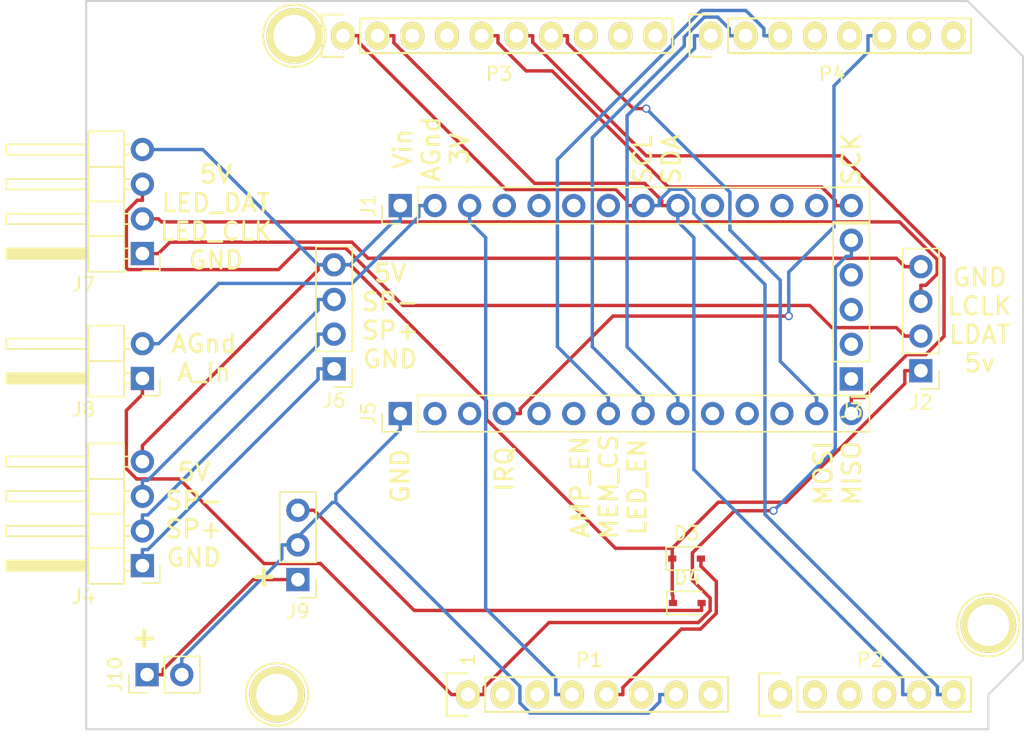
<source format=kicad_pcb>
(kicad_pcb (version 4) (host pcbnew 4.0.6)

  (general
    (links 33)
    (no_connects 33)
    (area 110.922999 72.949999 179.653001 126.440001)
    (thickness 1.6)
    (drawings 22)
    (tracks 243)
    (zones 0)
    (modules 19)
    (nets 63)
  )

  (page A4)
  (title_block
    (date "lun. 30 mars 2015")
  )

  (layers
    (0 F.Cu signal)
    (31 B.Cu signal)
    (32 B.Adhes user)
    (33 F.Adhes user)
    (34 B.Paste user)
    (35 F.Paste user)
    (36 B.SilkS user)
    (37 F.SilkS user)
    (38 B.Mask user)
    (39 F.Mask user)
    (40 Dwgs.User user)
    (41 Cmts.User user)
    (42 Eco1.User user)
    (43 Eco2.User user)
    (44 Edge.Cuts user)
    (45 Margin user)
    (46 B.CrtYd user)
    (47 F.CrtYd user)
    (48 B.Fab user)
    (49 F.Fab user)
  )

  (setup
    (last_trace_width 0.25)
    (trace_clearance 0.2)
    (zone_clearance 0.508)
    (zone_45_only no)
    (trace_min 0.2)
    (segment_width 0.15)
    (edge_width 0.15)
    (via_size 0.6)
    (via_drill 0.4)
    (via_min_size 0.4)
    (via_min_drill 0.3)
    (uvia_size 0.3)
    (uvia_drill 0.1)
    (uvias_allowed no)
    (uvia_min_size 0.2)
    (uvia_min_drill 0.1)
    (pcb_text_width 0.3)
    (pcb_text_size 1.5 1.5)
    (mod_edge_width 0.15)
    (mod_text_size 1 1)
    (mod_text_width 0.15)
    (pad_size 4.064 4.064)
    (pad_drill 3.048)
    (pad_to_mask_clearance 0)
    (aux_axis_origin 110.998 126.365)
    (grid_origin 110.998 126.365)
    (visible_elements 7FFFFFFF)
    (pcbplotparams
      (layerselection 0x1ffff_80000001)
      (usegerberextensions false)
      (excludeedgelayer true)
      (linewidth 0.100000)
      (plotframeref false)
      (viasonmask false)
      (mode 1)
      (useauxorigin false)
      (hpglpennumber 1)
      (hpglpenspeed 20)
      (hpglpendiameter 15)
      (hpglpenoverlay 2)
      (psnegative false)
      (psa4output false)
      (plotreference true)
      (plotvalue true)
      (plotinvisibletext false)
      (padsonsilk false)
      (subtractmaskfromsilk false)
      (outputformat 1)
      (mirror false)
      (drillshape 0)
      (scaleselection 1)
      (outputdirectory Gerbers/))
  )

  (net 0 "")
  (net 1 /IOREF)
  (net 2 /Reset)
  (net 3 +5V)
  (net 4 /Vin)
  (net 5 /A0)
  (net 6 /A1)
  (net 7 /A2)
  (net 8 /A3)
  (net 9 /AREF)
  (net 10 "/A4(SDA)")
  (net 11 "/A5(SCL)")
  (net 12 "/9(**)")
  (net 13 /8)
  (net 14 /7)
  (net 15 "/6(**)")
  (net 16 "/5(**)")
  (net 17 /4)
  (net 18 "/3(**)")
  (net 19 /2)
  (net 20 "/1(Tx)")
  (net 21 "/0(Rx)")
  (net 22 "Net-(P5-Pad1)")
  (net 23 "Net-(P6-Pad1)")
  (net 24 "Net-(P7-Pad1)")
  (net 25 "/13(SCK)")
  (net 26 "/10(**/SS)")
  (net 27 +3V3)
  (net 28 "/12(MISO)")
  (net 29 "/11(**/MOSI)")
  (net 30 "Net-(P1-Pad6)")
  (net 31 "Net-(J1-Pad2)")
  (net 32 "Net-(J1-Pad4)")
  (net 33 "Net-(J1-Pad5)")
  (net 34 "Net-(J1-Pad6)")
  (net 35 "Net-(J1-Pad7)")
  (net 36 "Net-(J1-Pad10)")
  (net 37 "Net-(J1-Pad11)")
  (net 38 "Net-(J1-Pad12)")
  (net 39 "Net-(J1-Pad13)")
  (net 40 "Net-(J2-Pad2)")
  (net 41 "Net-(J2-Pad3)")
  (net 42 "Net-(J2-Pad4)")
  (net 43 "Net-(J3-Pad1)")
  (net 44 "Net-(J3-Pad2)")
  (net 45 "Net-(J3-Pad3)")
  (net 46 "Net-(J3-Pad4)")
  (net 47 "Net-(J3-Pad5)")
  (net 48 "Net-(J4-Pad1)")
  (net 49 "Net-(J4-Pad2)")
  (net 50 "Net-(J4-Pad3)")
  (net 51 "Net-(J5-Pad2)")
  (net 52 "Net-(J5-Pad3)")
  (net 53 "Net-(J5-Pad5)")
  (net 54 "Net-(J5-Pad6)")
  (net 55 "Net-(J5-Pad10)")
  (net 56 "Net-(J5-Pad11)")
  (net 57 "Net-(J5-Pad12)")
  (net 58 "Net-(J10-Pad2)")
  (net 59 "Net-(J10-Pad1)")
  (net 60 "Net-(D4-Pad2)")
  (net 61 "Net-(D3-Pad1)")
  (net 62 /GND)

  (net_class Default "This is the default net class."
    (clearance 0.2)
    (trace_width 0.25)
    (via_dia 0.6)
    (via_drill 0.4)
    (uvia_dia 0.3)
    (uvia_drill 0.1)
    (add_net +3V3)
    (add_net +5V)
    (add_net "/0(Rx)")
    (add_net "/1(Tx)")
    (add_net "/10(**/SS)")
    (add_net "/11(**/MOSI)")
    (add_net "/12(MISO)")
    (add_net "/13(SCK)")
    (add_net /2)
    (add_net "/3(**)")
    (add_net /4)
    (add_net "/5(**)")
    (add_net "/6(**)")
    (add_net /7)
    (add_net /8)
    (add_net "/9(**)")
    (add_net /A0)
    (add_net /A1)
    (add_net /A2)
    (add_net /A3)
    (add_net "/A4(SDA)")
    (add_net "/A5(SCL)")
    (add_net /AREF)
    (add_net /GND)
    (add_net /IOREF)
    (add_net /Reset)
    (add_net /Vin)
    (add_net "Net-(D3-Pad1)")
    (add_net "Net-(D4-Pad2)")
    (add_net "Net-(J1-Pad10)")
    (add_net "Net-(J1-Pad11)")
    (add_net "Net-(J1-Pad12)")
    (add_net "Net-(J1-Pad13)")
    (add_net "Net-(J1-Pad2)")
    (add_net "Net-(J1-Pad4)")
    (add_net "Net-(J1-Pad5)")
    (add_net "Net-(J1-Pad6)")
    (add_net "Net-(J1-Pad7)")
    (add_net "Net-(J10-Pad1)")
    (add_net "Net-(J10-Pad2)")
    (add_net "Net-(J2-Pad2)")
    (add_net "Net-(J2-Pad3)")
    (add_net "Net-(J2-Pad4)")
    (add_net "Net-(J3-Pad1)")
    (add_net "Net-(J3-Pad2)")
    (add_net "Net-(J3-Pad3)")
    (add_net "Net-(J3-Pad4)")
    (add_net "Net-(J3-Pad5)")
    (add_net "Net-(J4-Pad1)")
    (add_net "Net-(J4-Pad2)")
    (add_net "Net-(J4-Pad3)")
    (add_net "Net-(J5-Pad10)")
    (add_net "Net-(J5-Pad11)")
    (add_net "Net-(J5-Pad12)")
    (add_net "Net-(J5-Pad2)")
    (add_net "Net-(J5-Pad3)")
    (add_net "Net-(J5-Pad5)")
    (add_net "Net-(J5-Pad6)")
    (add_net "Net-(P1-Pad6)")
    (add_net "Net-(P5-Pad1)")
    (add_net "Net-(P6-Pad1)")
    (add_net "Net-(P7-Pad1)")
  )

  (module Socket_Arduino_Uno:Arduino_1pin locked (layer F.Cu) (tedit 5524FC4A) (tstamp 5524FC44)
    (at 177.038 118.745)
    (descr "module 1 pin (ou trou mecanique de percage)")
    (tags DEV)
    (path /56D71274)
    (fp_text reference P6 (at 0 -3.048) (layer F.SilkS) hide
      (effects (font (size 1 1) (thickness 0.15)))
    )
    (fp_text value CONN_01X01 (at 0 2.794) (layer F.Fab) hide
      (effects (font (size 1 1) (thickness 0.15)))
    )
    (fp_circle (center 0 0) (end 0 -2.286) (layer F.SilkS) (width 0.15))
    (pad 1 thru_hole circle (at 0 0) (size 4.064 4.064) (drill 3.048) (layers *.Cu *.Mask F.SilkS)
      (net 23 "Net-(P6-Pad1)"))
  )

  (module Socket_Arduino_Uno:Socket_Strip_Arduino_1x08 locked (layer F.Cu) (tedit 552168D2) (tstamp 551AF9EA)
    (at 138.938 123.825)
    (descr "Through hole socket strip")
    (tags "socket strip")
    (path /56D70129)
    (fp_text reference P1 (at 8.89 -2.54) (layer F.SilkS)
      (effects (font (size 1 1) (thickness 0.15)))
    )
    (fp_text value Power (at 8.89 -4.064) (layer F.Fab)
      (effects (font (size 1 1) (thickness 0.15)))
    )
    (fp_line (start -1.75 -1.75) (end -1.75 1.75) (layer F.CrtYd) (width 0.05))
    (fp_line (start 19.55 -1.75) (end 19.55 1.75) (layer F.CrtYd) (width 0.05))
    (fp_line (start -1.75 -1.75) (end 19.55 -1.75) (layer F.CrtYd) (width 0.05))
    (fp_line (start -1.75 1.75) (end 19.55 1.75) (layer F.CrtYd) (width 0.05))
    (fp_line (start 1.27 1.27) (end 19.05 1.27) (layer F.SilkS) (width 0.15))
    (fp_line (start 19.05 1.27) (end 19.05 -1.27) (layer F.SilkS) (width 0.15))
    (fp_line (start 19.05 -1.27) (end 1.27 -1.27) (layer F.SilkS) (width 0.15))
    (fp_line (start -1.55 1.55) (end 0 1.55) (layer F.SilkS) (width 0.15))
    (fp_line (start 1.27 1.27) (end 1.27 -1.27) (layer F.SilkS) (width 0.15))
    (fp_line (start 0 -1.55) (end -1.55 -1.55) (layer F.SilkS) (width 0.15))
    (fp_line (start -1.55 -1.55) (end -1.55 1.55) (layer F.SilkS) (width 0.15))
    (pad 1 thru_hole oval (at 0 0) (size 1.7272 2.032) (drill 1.016) (layers *.Cu *.Mask F.SilkS)
      (net 47 "Net-(J3-Pad5)"))
    (pad 2 thru_hole oval (at 2.54 0) (size 1.7272 2.032) (drill 1.016) (layers *.Cu *.Mask F.SilkS)
      (net 1 /IOREF))
    (pad 3 thru_hole oval (at 5.08 0) (size 1.7272 2.032) (drill 1.016) (layers *.Cu *.Mask F.SilkS)
      (net 2 /Reset))
    (pad 4 thru_hole oval (at 7.62 0) (size 1.7272 2.032) (drill 1.016) (layers *.Cu *.Mask F.SilkS)
      (net 27 +3V3))
    (pad 5 thru_hole oval (at 10.16 0) (size 1.7272 2.032) (drill 1.016) (layers *.Cu *.Mask F.SilkS)
      (net 3 +5V))
    (pad 6 thru_hole oval (at 12.7 0) (size 1.7272 2.032) (drill 1.016) (layers *.Cu *.Mask F.SilkS)
      (net 30 "Net-(P1-Pad6)"))
    (pad 7 thru_hole oval (at 15.24 0) (size 1.7272 2.032) (drill 1.016) (layers *.Cu *.Mask F.SilkS)
      (net 58 "Net-(J10-Pad2)"))
    (pad 8 thru_hole oval (at 17.78 0) (size 1.7272 2.032) (drill 1.016) (layers *.Cu *.Mask F.SilkS)
      (net 4 /Vin))
    (model ${KIPRJMOD}/Socket_Arduino_Uno.3dshapes/Socket_header_Arduino_1x08.wrl
      (at (xyz 0.35 0 0))
      (scale (xyz 1 1 1))
      (rotate (xyz 0 0 180))
    )
  )

  (module Socket_Arduino_Uno:Socket_Strip_Arduino_1x06 locked (layer F.Cu) (tedit 552168D6) (tstamp 551AF9FF)
    (at 161.798 123.825)
    (descr "Through hole socket strip")
    (tags "socket strip")
    (path /56D70DD8)
    (fp_text reference P2 (at 6.604 -2.54) (layer F.SilkS)
      (effects (font (size 1 1) (thickness 0.15)))
    )
    (fp_text value Analog (at 6.604 -4.064) (layer F.Fab)
      (effects (font (size 1 1) (thickness 0.15)))
    )
    (fp_line (start -1.75 -1.75) (end -1.75 1.75) (layer F.CrtYd) (width 0.05))
    (fp_line (start 14.45 -1.75) (end 14.45 1.75) (layer F.CrtYd) (width 0.05))
    (fp_line (start -1.75 -1.75) (end 14.45 -1.75) (layer F.CrtYd) (width 0.05))
    (fp_line (start -1.75 1.75) (end 14.45 1.75) (layer F.CrtYd) (width 0.05))
    (fp_line (start 1.27 1.27) (end 13.97 1.27) (layer F.SilkS) (width 0.15))
    (fp_line (start 13.97 1.27) (end 13.97 -1.27) (layer F.SilkS) (width 0.15))
    (fp_line (start 13.97 -1.27) (end 1.27 -1.27) (layer F.SilkS) (width 0.15))
    (fp_line (start -1.55 1.55) (end 0 1.55) (layer F.SilkS) (width 0.15))
    (fp_line (start 1.27 1.27) (end 1.27 -1.27) (layer F.SilkS) (width 0.15))
    (fp_line (start 0 -1.55) (end -1.55 -1.55) (layer F.SilkS) (width 0.15))
    (fp_line (start -1.55 -1.55) (end -1.55 1.55) (layer F.SilkS) (width 0.15))
    (pad 1 thru_hole oval (at 0 0) (size 1.7272 2.032) (drill 1.016) (layers *.Cu *.Mask F.SilkS)
      (net 5 /A0))
    (pad 2 thru_hole oval (at 2.54 0) (size 1.7272 2.032) (drill 1.016) (layers *.Cu *.Mask F.SilkS)
      (net 6 /A1))
    (pad 3 thru_hole oval (at 5.08 0) (size 1.7272 2.032) (drill 1.016) (layers *.Cu *.Mask F.SilkS)
      (net 7 /A2))
    (pad 4 thru_hole oval (at 7.62 0) (size 1.7272 2.032) (drill 1.016) (layers *.Cu *.Mask F.SilkS)
      (net 8 /A3))
    (pad 5 thru_hole oval (at 10.16 0) (size 1.7272 2.032) (drill 1.016) (layers *.Cu *.Mask F.SilkS)
      (net 10 "/A4(SDA)"))
    (pad 6 thru_hole oval (at 12.7 0) (size 1.7272 2.032) (drill 1.016) (layers *.Cu *.Mask F.SilkS)
      (net 11 "/A5(SCL)"))
    (model ${KIPRJMOD}/Socket_Arduino_Uno.3dshapes/Socket_header_Arduino_1x06.wrl
      (at (xyz 0.25 0 0))
      (scale (xyz 1 1 1))
      (rotate (xyz 0 0 180))
    )
  )

  (module Socket_Arduino_Uno:Socket_Strip_Arduino_1x10 locked (layer F.Cu) (tedit 552168BF) (tstamp 551AFA18)
    (at 129.794 75.565)
    (descr "Through hole socket strip")
    (tags "socket strip")
    (path /56D721E0)
    (fp_text reference P3 (at 11.43 2.794) (layer F.SilkS)
      (effects (font (size 1 1) (thickness 0.15)))
    )
    (fp_text value Digital (at 11.43 4.318) (layer F.Fab)
      (effects (font (size 1 1) (thickness 0.15)))
    )
    (fp_line (start -1.75 -1.75) (end -1.75 1.75) (layer F.CrtYd) (width 0.05))
    (fp_line (start 24.65 -1.75) (end 24.65 1.75) (layer F.CrtYd) (width 0.05))
    (fp_line (start -1.75 -1.75) (end 24.65 -1.75) (layer F.CrtYd) (width 0.05))
    (fp_line (start -1.75 1.75) (end 24.65 1.75) (layer F.CrtYd) (width 0.05))
    (fp_line (start 1.27 1.27) (end 24.13 1.27) (layer F.SilkS) (width 0.15))
    (fp_line (start 24.13 1.27) (end 24.13 -1.27) (layer F.SilkS) (width 0.15))
    (fp_line (start 24.13 -1.27) (end 1.27 -1.27) (layer F.SilkS) (width 0.15))
    (fp_line (start -1.55 1.55) (end 0 1.55) (layer F.SilkS) (width 0.15))
    (fp_line (start 1.27 1.27) (end 1.27 -1.27) (layer F.SilkS) (width 0.15))
    (fp_line (start 0 -1.55) (end -1.55 -1.55) (layer F.SilkS) (width 0.15))
    (fp_line (start -1.55 -1.55) (end -1.55 1.55) (layer F.SilkS) (width 0.15))
    (pad 1 thru_hole oval (at 0 0) (size 1.7272 2.032) (drill 1.016) (layers *.Cu *.Mask F.SilkS)
      (net 11 "/A5(SCL)"))
    (pad 2 thru_hole oval (at 2.54 0) (size 1.7272 2.032) (drill 1.016) (layers *.Cu *.Mask F.SilkS)
      (net 10 "/A4(SDA)"))
    (pad 3 thru_hole oval (at 5.08 0) (size 1.7272 2.032) (drill 1.016) (layers *.Cu *.Mask F.SilkS)
      (net 9 /AREF))
    (pad 4 thru_hole oval (at 7.62 0) (size 1.7272 2.032) (drill 1.016) (layers *.Cu *.Mask F.SilkS)
      (net 62 /GND))
    (pad 5 thru_hole oval (at 10.16 0) (size 1.7272 2.032) (drill 1.016) (layers *.Cu *.Mask F.SilkS)
      (net 25 "/13(SCK)"))
    (pad 6 thru_hole oval (at 12.7 0) (size 1.7272 2.032) (drill 1.016) (layers *.Cu *.Mask F.SilkS)
      (net 28 "/12(MISO)"))
    (pad 7 thru_hole oval (at 15.24 0) (size 1.7272 2.032) (drill 1.016) (layers *.Cu *.Mask F.SilkS)
      (net 29 "/11(**/MOSI)"))
    (pad 8 thru_hole oval (at 17.78 0) (size 1.7272 2.032) (drill 1.016) (layers *.Cu *.Mask F.SilkS)
      (net 26 "/10(**/SS)"))
    (pad 9 thru_hole oval (at 20.32 0) (size 1.7272 2.032) (drill 1.016) (layers *.Cu *.Mask F.SilkS)
      (net 12 "/9(**)"))
    (pad 10 thru_hole oval (at 22.86 0) (size 1.7272 2.032) (drill 1.016) (layers *.Cu *.Mask F.SilkS)
      (net 13 /8))
    (model ${KIPRJMOD}/Socket_Arduino_Uno.3dshapes/Socket_header_Arduino_1x10.wrl
      (at (xyz 0.45 0 0))
      (scale (xyz 1 1 1))
      (rotate (xyz 0 0 180))
    )
  )

  (module Socket_Arduino_Uno:Socket_Strip_Arduino_1x08 locked (layer F.Cu) (tedit 552168C7) (tstamp 551AFA2F)
    (at 156.718 75.565)
    (descr "Through hole socket strip")
    (tags "socket strip")
    (path /56D7164F)
    (fp_text reference P4 (at 8.89 2.794) (layer F.SilkS)
      (effects (font (size 1 1) (thickness 0.15)))
    )
    (fp_text value Digital (at 8.89 4.318) (layer F.Fab)
      (effects (font (size 1 1) (thickness 0.15)))
    )
    (fp_line (start -1.75 -1.75) (end -1.75 1.75) (layer F.CrtYd) (width 0.05))
    (fp_line (start 19.55 -1.75) (end 19.55 1.75) (layer F.CrtYd) (width 0.05))
    (fp_line (start -1.75 -1.75) (end 19.55 -1.75) (layer F.CrtYd) (width 0.05))
    (fp_line (start -1.75 1.75) (end 19.55 1.75) (layer F.CrtYd) (width 0.05))
    (fp_line (start 1.27 1.27) (end 19.05 1.27) (layer F.SilkS) (width 0.15))
    (fp_line (start 19.05 1.27) (end 19.05 -1.27) (layer F.SilkS) (width 0.15))
    (fp_line (start 19.05 -1.27) (end 1.27 -1.27) (layer F.SilkS) (width 0.15))
    (fp_line (start -1.55 1.55) (end 0 1.55) (layer F.SilkS) (width 0.15))
    (fp_line (start 1.27 1.27) (end 1.27 -1.27) (layer F.SilkS) (width 0.15))
    (fp_line (start 0 -1.55) (end -1.55 -1.55) (layer F.SilkS) (width 0.15))
    (fp_line (start -1.55 -1.55) (end -1.55 1.55) (layer F.SilkS) (width 0.15))
    (pad 1 thru_hole oval (at 0 0) (size 1.7272 2.032) (drill 1.016) (layers *.Cu *.Mask F.SilkS)
      (net 14 /7))
    (pad 2 thru_hole oval (at 2.54 0) (size 1.7272 2.032) (drill 1.016) (layers *.Cu *.Mask F.SilkS)
      (net 15 "/6(**)"))
    (pad 3 thru_hole oval (at 5.08 0) (size 1.7272 2.032) (drill 1.016) (layers *.Cu *.Mask F.SilkS)
      (net 16 "/5(**)"))
    (pad 4 thru_hole oval (at 7.62 0) (size 1.7272 2.032) (drill 1.016) (layers *.Cu *.Mask F.SilkS)
      (net 17 /4))
    (pad 5 thru_hole oval (at 10.16 0) (size 1.7272 2.032) (drill 1.016) (layers *.Cu *.Mask F.SilkS)
      (net 18 "/3(**)"))
    (pad 6 thru_hole oval (at 12.7 0) (size 1.7272 2.032) (drill 1.016) (layers *.Cu *.Mask F.SilkS)
      (net 19 /2))
    (pad 7 thru_hole oval (at 15.24 0) (size 1.7272 2.032) (drill 1.016) (layers *.Cu *.Mask F.SilkS)
      (net 20 "/1(Tx)"))
    (pad 8 thru_hole oval (at 17.78 0) (size 1.7272 2.032) (drill 1.016) (layers *.Cu *.Mask F.SilkS)
      (net 21 "/0(Rx)"))
    (model ${KIPRJMOD}/Socket_Arduino_Uno.3dshapes/Socket_header_Arduino_1x08.wrl
      (at (xyz 0.35 0 0))
      (scale (xyz 1 1 1))
      (rotate (xyz 0 0 180))
    )
  )

  (module Socket_Arduino_Uno:Arduino_1pin locked (layer F.Cu) (tedit 5524FC39) (tstamp 5524FC3F)
    (at 124.968 123.825)
    (descr "module 1 pin (ou trou mecanique de percage)")
    (tags DEV)
    (path /56D71177)
    (fp_text reference P5 (at 0 -3.048) (layer F.SilkS) hide
      (effects (font (size 1 1) (thickness 0.15)))
    )
    (fp_text value CONN_01X01 (at 0 2.794) (layer F.Fab) hide
      (effects (font (size 1 1) (thickness 0.15)))
    )
    (fp_circle (center 0 0) (end 0 -2.286) (layer F.SilkS) (width 0.15))
    (pad 1 thru_hole circle (at 0 0) (size 4.064 4.064) (drill 3.048) (layers *.Cu *.Mask F.SilkS)
      (net 22 "Net-(P5-Pad1)"))
  )

  (module Socket_Arduino_Uno:Arduino_1pin locked (layer F.Cu) (tedit 5524FC2F) (tstamp 5524FC49)
    (at 126.238 75.565)
    (descr "module 1 pin (ou trou mecanique de percage)")
    (tags DEV)
    (path /588F92D4)
    (fp_text reference P7 (at 0 -3.048) (layer F.SilkS) hide
      (effects (font (size 1 1) (thickness 0.15)))
    )
    (fp_text value CONN_02X03 (at 0 2.794) (layer F.Fab) hide
      (effects (font (size 1 1) (thickness 0.15)))
    )
    (fp_circle (center 0 0) (end 0 -2.286) (layer F.SilkS) (width 0.15))
    (pad 1 thru_hole circle (at 0 0) (size 4.064 4.064) (drill 3.048) (layers *.Cu *.Mask F.SilkS)
      (net 24 "Net-(P7-Pad1)"))
  )

  (module Pin_Headers:Pin_Header_Straight_1x14_Pitch2.54mm (layer F.Cu) (tedit 58CD4EC2) (tstamp 5938D7AC)
    (at 133.988 88.007 90)
    (descr "Through hole straight pin header, 1x14, 2.54mm pitch, single row")
    (tags "Through hole pin header THT 1x14 2.54mm single row")
    (path /5938D484)
    (fp_text reference J1 (at 0 -2.33 90) (layer F.SilkS)
      (effects (font (size 1 1) (thickness 0.15)))
    )
    (fp_text value CONN_01X14 (at 0 35.35 90) (layer F.Fab)
      (effects (font (size 1 1) (thickness 0.15)))
    )
    (fp_line (start -1.27 -1.27) (end -1.27 34.29) (layer F.Fab) (width 0.1))
    (fp_line (start -1.27 34.29) (end 1.27 34.29) (layer F.Fab) (width 0.1))
    (fp_line (start 1.27 34.29) (end 1.27 -1.27) (layer F.Fab) (width 0.1))
    (fp_line (start 1.27 -1.27) (end -1.27 -1.27) (layer F.Fab) (width 0.1))
    (fp_line (start -1.33 1.27) (end -1.33 34.35) (layer F.SilkS) (width 0.12))
    (fp_line (start -1.33 34.35) (end 1.33 34.35) (layer F.SilkS) (width 0.12))
    (fp_line (start 1.33 34.35) (end 1.33 1.27) (layer F.SilkS) (width 0.12))
    (fp_line (start 1.33 1.27) (end -1.33 1.27) (layer F.SilkS) (width 0.12))
    (fp_line (start -1.33 0) (end -1.33 -1.33) (layer F.SilkS) (width 0.12))
    (fp_line (start -1.33 -1.33) (end 0 -1.33) (layer F.SilkS) (width 0.12))
    (fp_line (start -1.8 -1.8) (end -1.8 34.8) (layer F.CrtYd) (width 0.05))
    (fp_line (start -1.8 34.8) (end 1.8 34.8) (layer F.CrtYd) (width 0.05))
    (fp_line (start 1.8 34.8) (end 1.8 -1.8) (layer F.CrtYd) (width 0.05))
    (fp_line (start 1.8 -1.8) (end -1.8 -1.8) (layer F.CrtYd) (width 0.05))
    (fp_text user %R (at 0 -2.33 90) (layer F.Fab)
      (effects (font (size 1 1) (thickness 0.15)))
    )
    (pad 1 thru_hole rect (at 0 0 90) (size 1.7 1.7) (drill 1) (layers *.Cu *.Mask)
      (net 61 "Net-(D3-Pad1)"))
    (pad 2 thru_hole oval (at 0 2.54 90) (size 1.7 1.7) (drill 1) (layers *.Cu *.Mask)
      (net 31 "Net-(J1-Pad2)"))
    (pad 3 thru_hole oval (at 0 5.08 90) (size 1.7 1.7) (drill 1) (layers *.Cu *.Mask)
      (net 27 +3V3))
    (pad 4 thru_hole oval (at 0 7.62 90) (size 1.7 1.7) (drill 1) (layers *.Cu *.Mask)
      (net 32 "Net-(J1-Pad4)"))
    (pad 5 thru_hole oval (at 0 10.16 90) (size 1.7 1.7) (drill 1) (layers *.Cu *.Mask)
      (net 33 "Net-(J1-Pad5)"))
    (pad 6 thru_hole oval (at 0 12.7 90) (size 1.7 1.7) (drill 1) (layers *.Cu *.Mask)
      (net 34 "Net-(J1-Pad6)"))
    (pad 7 thru_hole oval (at 0 15.24 90) (size 1.7 1.7) (drill 1) (layers *.Cu *.Mask)
      (net 35 "Net-(J1-Pad7)"))
    (pad 8 thru_hole oval (at 0 17.78 90) (size 1.7 1.7) (drill 1) (layers *.Cu *.Mask)
      (net 11 "/A5(SCL)"))
    (pad 9 thru_hole oval (at 0 20.32 90) (size 1.7 1.7) (drill 1) (layers *.Cu *.Mask)
      (net 10 "/A4(SDA)"))
    (pad 10 thru_hole oval (at 0 22.86 90) (size 1.7 1.7) (drill 1) (layers *.Cu *.Mask)
      (net 36 "Net-(J1-Pad10)"))
    (pad 11 thru_hole oval (at 0 25.4 90) (size 1.7 1.7) (drill 1) (layers *.Cu *.Mask)
      (net 37 "Net-(J1-Pad11)"))
    (pad 12 thru_hole oval (at 0 27.94 90) (size 1.7 1.7) (drill 1) (layers *.Cu *.Mask)
      (net 38 "Net-(J1-Pad12)"))
    (pad 13 thru_hole oval (at 0 30.48 90) (size 1.7 1.7) (drill 1) (layers *.Cu *.Mask)
      (net 39 "Net-(J1-Pad13)"))
    (pad 14 thru_hole oval (at 0 33.02 90) (size 1.7 1.7) (drill 1) (layers *.Cu *.Mask)
      (net 25 "/13(SCK)"))
    (model ${KISYS3DMOD}/Pin_Headers.3dshapes/Pin_Header_Straight_1x14_Pitch2.54mm.wrl
      (at (xyz 0 -0.65 0))
      (scale (xyz 1 1 1))
      (rotate (xyz 0 0 90))
    )
  )

  (module Pin_Headers:Pin_Header_Straight_1x04_Pitch2.54mm (layer F.Cu) (tedit 58CD4EC1) (tstamp 5938D7B4)
    (at 172.098 100.105 180)
    (descr "Through hole straight pin header, 1x04, 2.54mm pitch, single row")
    (tags "Through hole pin header THT 1x04 2.54mm single row")
    (path /5938D67A)
    (fp_text reference J2 (at 0 -2.33 180) (layer F.SilkS)
      (effects (font (size 1 1) (thickness 0.15)))
    )
    (fp_text value CONN_01X04 (at 0 9.95 180) (layer F.Fab)
      (effects (font (size 1 1) (thickness 0.15)))
    )
    (fp_line (start -1.27 -1.27) (end -1.27 8.89) (layer F.Fab) (width 0.1))
    (fp_line (start -1.27 8.89) (end 1.27 8.89) (layer F.Fab) (width 0.1))
    (fp_line (start 1.27 8.89) (end 1.27 -1.27) (layer F.Fab) (width 0.1))
    (fp_line (start 1.27 -1.27) (end -1.27 -1.27) (layer F.Fab) (width 0.1))
    (fp_line (start -1.33 1.27) (end -1.33 8.95) (layer F.SilkS) (width 0.12))
    (fp_line (start -1.33 8.95) (end 1.33 8.95) (layer F.SilkS) (width 0.12))
    (fp_line (start 1.33 8.95) (end 1.33 1.27) (layer F.SilkS) (width 0.12))
    (fp_line (start 1.33 1.27) (end -1.33 1.27) (layer F.SilkS) (width 0.12))
    (fp_line (start -1.33 0) (end -1.33 -1.33) (layer F.SilkS) (width 0.12))
    (fp_line (start -1.33 -1.33) (end 0 -1.33) (layer F.SilkS) (width 0.12))
    (fp_line (start -1.8 -1.8) (end -1.8 9.4) (layer F.CrtYd) (width 0.05))
    (fp_line (start -1.8 9.4) (end 1.8 9.4) (layer F.CrtYd) (width 0.05))
    (fp_line (start 1.8 9.4) (end 1.8 -1.8) (layer F.CrtYd) (width 0.05))
    (fp_line (start 1.8 -1.8) (end -1.8 -1.8) (layer F.CrtYd) (width 0.05))
    (fp_text user %R (at 0 -2.33 180) (layer F.Fab)
      (effects (font (size 1 1) (thickness 0.15)))
    )
    (pad 1 thru_hole rect (at 0 0 180) (size 1.7 1.7) (drill 1) (layers *.Cu *.Mask)
      (net 61 "Net-(D3-Pad1)"))
    (pad 2 thru_hole oval (at 0 2.54 180) (size 1.7 1.7) (drill 1) (layers *.Cu *.Mask)
      (net 40 "Net-(J2-Pad2)"))
    (pad 3 thru_hole oval (at 0 5.08 180) (size 1.7 1.7) (drill 1) (layers *.Cu *.Mask)
      (net 41 "Net-(J2-Pad3)"))
    (pad 4 thru_hole oval (at 0 7.62 180) (size 1.7 1.7) (drill 1) (layers *.Cu *.Mask)
      (net 42 "Net-(J2-Pad4)"))
    (model ${KISYS3DMOD}/Pin_Headers.3dshapes/Pin_Header_Straight_1x04_Pitch2.54mm.wrl
      (at (xyz 0 -0.15 0))
      (scale (xyz 1 1 1))
      (rotate (xyz 0 0 90))
    )
  )

  (module Pin_Headers:Pin_Header_Straight_1x05_Pitch2.54mm (layer F.Cu) (tedit 58CD4EC1) (tstamp 5938D7BD)
    (at 167.008 100.707 180)
    (descr "Through hole straight pin header, 1x05, 2.54mm pitch, single row")
    (tags "Through hole pin header THT 1x05 2.54mm single row")
    (path /5938D546)
    (fp_text reference J3 (at 0 -2.33 180) (layer F.SilkS)
      (effects (font (size 1 1) (thickness 0.15)))
    )
    (fp_text value CONN_01X05 (at 0 12.49 180) (layer F.Fab)
      (effects (font (size 1 1) (thickness 0.15)))
    )
    (fp_line (start -1.27 -1.27) (end -1.27 11.43) (layer F.Fab) (width 0.1))
    (fp_line (start -1.27 11.43) (end 1.27 11.43) (layer F.Fab) (width 0.1))
    (fp_line (start 1.27 11.43) (end 1.27 -1.27) (layer F.Fab) (width 0.1))
    (fp_line (start 1.27 -1.27) (end -1.27 -1.27) (layer F.Fab) (width 0.1))
    (fp_line (start -1.33 1.27) (end -1.33 11.49) (layer F.SilkS) (width 0.12))
    (fp_line (start -1.33 11.49) (end 1.33 11.49) (layer F.SilkS) (width 0.12))
    (fp_line (start 1.33 11.49) (end 1.33 1.27) (layer F.SilkS) (width 0.12))
    (fp_line (start 1.33 1.27) (end -1.33 1.27) (layer F.SilkS) (width 0.12))
    (fp_line (start -1.33 0) (end -1.33 -1.33) (layer F.SilkS) (width 0.12))
    (fp_line (start -1.33 -1.33) (end 0 -1.33) (layer F.SilkS) (width 0.12))
    (fp_line (start -1.8 -1.8) (end -1.8 11.95) (layer F.CrtYd) (width 0.05))
    (fp_line (start -1.8 11.95) (end 1.8 11.95) (layer F.CrtYd) (width 0.05))
    (fp_line (start 1.8 11.95) (end 1.8 -1.8) (layer F.CrtYd) (width 0.05))
    (fp_line (start 1.8 -1.8) (end -1.8 -1.8) (layer F.CrtYd) (width 0.05))
    (fp_text user %R (at 0 -2.33 180) (layer F.Fab)
      (effects (font (size 1 1) (thickness 0.15)))
    )
    (pad 1 thru_hole rect (at 0 0 180) (size 1.7 1.7) (drill 1) (layers *.Cu *.Mask)
      (net 43 "Net-(J3-Pad1)"))
    (pad 2 thru_hole oval (at 0 2.54 180) (size 1.7 1.7) (drill 1) (layers *.Cu *.Mask)
      (net 44 "Net-(J3-Pad2)"))
    (pad 3 thru_hole oval (at 0 5.08 180) (size 1.7 1.7) (drill 1) (layers *.Cu *.Mask)
      (net 45 "Net-(J3-Pad3)"))
    (pad 4 thru_hole oval (at 0 7.62 180) (size 1.7 1.7) (drill 1) (layers *.Cu *.Mask)
      (net 46 "Net-(J3-Pad4)"))
    (pad 5 thru_hole oval (at 0 10.16 180) (size 1.7 1.7) (drill 1) (layers *.Cu *.Mask)
      (net 47 "Net-(J3-Pad5)"))
    (model ${KISYS3DMOD}/Pin_Headers.3dshapes/Pin_Header_Straight_1x05_Pitch2.54mm.wrl
      (at (xyz 0 -0.2 0))
      (scale (xyz 1 1 1))
      (rotate (xyz 0 0 90))
    )
  )

  (module Pin_Headers:Pin_Header_Straight_1x14_Pitch2.54mm (layer F.Cu) (tedit 58CD4EC2) (tstamp 5938D7D7)
    (at 133.988 103.247 90)
    (descr "Through hole straight pin header, 1x14, 2.54mm pitch, single row")
    (tags "Through hole pin header THT 1x14 2.54mm single row")
    (path /5938D4D7)
    (fp_text reference J5 (at 0 -2.33 90) (layer F.SilkS)
      (effects (font (size 1 1) (thickness 0.15)))
    )
    (fp_text value CONN_01X14 (at 0 35.35 90) (layer F.Fab)
      (effects (font (size 1 1) (thickness 0.15)))
    )
    (fp_line (start -1.27 -1.27) (end -1.27 34.29) (layer F.Fab) (width 0.1))
    (fp_line (start -1.27 34.29) (end 1.27 34.29) (layer F.Fab) (width 0.1))
    (fp_line (start 1.27 34.29) (end 1.27 -1.27) (layer F.Fab) (width 0.1))
    (fp_line (start 1.27 -1.27) (end -1.27 -1.27) (layer F.Fab) (width 0.1))
    (fp_line (start -1.33 1.27) (end -1.33 34.35) (layer F.SilkS) (width 0.12))
    (fp_line (start -1.33 34.35) (end 1.33 34.35) (layer F.SilkS) (width 0.12))
    (fp_line (start 1.33 34.35) (end 1.33 1.27) (layer F.SilkS) (width 0.12))
    (fp_line (start 1.33 1.27) (end -1.33 1.27) (layer F.SilkS) (width 0.12))
    (fp_line (start -1.33 0) (end -1.33 -1.33) (layer F.SilkS) (width 0.12))
    (fp_line (start -1.33 -1.33) (end 0 -1.33) (layer F.SilkS) (width 0.12))
    (fp_line (start -1.8 -1.8) (end -1.8 34.8) (layer F.CrtYd) (width 0.05))
    (fp_line (start -1.8 34.8) (end 1.8 34.8) (layer F.CrtYd) (width 0.05))
    (fp_line (start 1.8 34.8) (end 1.8 -1.8) (layer F.CrtYd) (width 0.05))
    (fp_line (start 1.8 -1.8) (end -1.8 -1.8) (layer F.CrtYd) (width 0.05))
    (fp_text user %R (at 0 -2.33 90) (layer F.Fab)
      (effects (font (size 1 1) (thickness 0.15)))
    )
    (pad 1 thru_hole rect (at 0 0 90) (size 1.7 1.7) (drill 1) (layers *.Cu *.Mask)
      (net 58 "Net-(J10-Pad2)"))
    (pad 2 thru_hole oval (at 0 2.54 90) (size 1.7 1.7) (drill 1) (layers *.Cu *.Mask)
      (net 51 "Net-(J5-Pad2)"))
    (pad 3 thru_hole oval (at 0 5.08 90) (size 1.7 1.7) (drill 1) (layers *.Cu *.Mask)
      (net 52 "Net-(J5-Pad3)"))
    (pad 4 thru_hole oval (at 0 7.62 90) (size 1.7 1.7) (drill 1) (layers *.Cu *.Mask)
      (net 19 /2))
    (pad 5 thru_hole oval (at 0 10.16 90) (size 1.7 1.7) (drill 1) (layers *.Cu *.Mask)
      (net 53 "Net-(J5-Pad5)"))
    (pad 6 thru_hole oval (at 0 12.7 90) (size 1.7 1.7) (drill 1) (layers *.Cu *.Mask)
      (net 54 "Net-(J5-Pad6)"))
    (pad 7 thru_hole oval (at 0 15.24 90) (size 1.7 1.7) (drill 1) (layers *.Cu *.Mask)
      (net 16 "/5(**)"))
    (pad 8 thru_hole oval (at 0 17.78 90) (size 1.7 1.7) (drill 1) (layers *.Cu *.Mask)
      (net 15 "/6(**)"))
    (pad 9 thru_hole oval (at 0 20.32 90) (size 1.7 1.7) (drill 1) (layers *.Cu *.Mask)
      (net 14 /7))
    (pad 10 thru_hole oval (at 0 22.86 90) (size 1.7 1.7) (drill 1) (layers *.Cu *.Mask)
      (net 55 "Net-(J5-Pad10)"))
    (pad 11 thru_hole oval (at 0 25.4 90) (size 1.7 1.7) (drill 1) (layers *.Cu *.Mask)
      (net 56 "Net-(J5-Pad11)"))
    (pad 12 thru_hole oval (at 0 27.94 90) (size 1.7 1.7) (drill 1) (layers *.Cu *.Mask)
      (net 57 "Net-(J5-Pad12)"))
    (pad 13 thru_hole oval (at 0 30.48 90) (size 1.7 1.7) (drill 1) (layers *.Cu *.Mask)
      (net 29 "/11(**/MOSI)"))
    (pad 14 thru_hole oval (at 0 33.02 90) (size 1.7 1.7) (drill 1) (layers *.Cu *.Mask)
      (net 28 "/12(MISO)"))
    (model ${KISYS3DMOD}/Pin_Headers.3dshapes/Pin_Header_Straight_1x14_Pitch2.54mm.wrl
      (at (xyz 0 -0.65 0))
      (scale (xyz 1 1 1))
      (rotate (xyz 0 0 90))
    )
  )

  (module Pin_Headers:Pin_Header_Straight_1x04_Pitch2.54mm (layer F.Cu) (tedit 58CD4EC1) (tstamp 5938DC00)
    (at 129.148 99.965 180)
    (descr "Through hole straight pin header, 1x04, 2.54mm pitch, single row")
    (tags "Through hole pin header THT 1x04 2.54mm single row")
    (path /5938EE1F)
    (fp_text reference J6 (at 0 -2.33 180) (layer F.SilkS)
      (effects (font (size 1 1) (thickness 0.15)))
    )
    (fp_text value CONN_01X04 (at 0 9.95 180) (layer F.Fab)
      (effects (font (size 1 1) (thickness 0.15)))
    )
    (fp_line (start -1.27 -1.27) (end -1.27 8.89) (layer F.Fab) (width 0.1))
    (fp_line (start -1.27 8.89) (end 1.27 8.89) (layer F.Fab) (width 0.1))
    (fp_line (start 1.27 8.89) (end 1.27 -1.27) (layer F.Fab) (width 0.1))
    (fp_line (start 1.27 -1.27) (end -1.27 -1.27) (layer F.Fab) (width 0.1))
    (fp_line (start -1.33 1.27) (end -1.33 8.95) (layer F.SilkS) (width 0.12))
    (fp_line (start -1.33 8.95) (end 1.33 8.95) (layer F.SilkS) (width 0.12))
    (fp_line (start 1.33 8.95) (end 1.33 1.27) (layer F.SilkS) (width 0.12))
    (fp_line (start 1.33 1.27) (end -1.33 1.27) (layer F.SilkS) (width 0.12))
    (fp_line (start -1.33 0) (end -1.33 -1.33) (layer F.SilkS) (width 0.12))
    (fp_line (start -1.33 -1.33) (end 0 -1.33) (layer F.SilkS) (width 0.12))
    (fp_line (start -1.8 -1.8) (end -1.8 9.4) (layer F.CrtYd) (width 0.05))
    (fp_line (start -1.8 9.4) (end 1.8 9.4) (layer F.CrtYd) (width 0.05))
    (fp_line (start 1.8 9.4) (end 1.8 -1.8) (layer F.CrtYd) (width 0.05))
    (fp_line (start 1.8 -1.8) (end -1.8 -1.8) (layer F.CrtYd) (width 0.05))
    (fp_text user %R (at 0 -2.33 180) (layer F.Fab)
      (effects (font (size 1 1) (thickness 0.15)))
    )
    (pad 1 thru_hole rect (at 0 0 180) (size 1.7 1.7) (drill 1) (layers *.Cu *.Mask)
      (net 48 "Net-(J4-Pad1)"))
    (pad 2 thru_hole oval (at 0 2.54 180) (size 1.7 1.7) (drill 1) (layers *.Cu *.Mask)
      (net 49 "Net-(J4-Pad2)"))
    (pad 3 thru_hole oval (at 0 5.08 180) (size 1.7 1.7) (drill 1) (layers *.Cu *.Mask)
      (net 50 "Net-(J4-Pad3)"))
    (pad 4 thru_hole oval (at 0 7.62 180) (size 1.7 1.7) (drill 1) (layers *.Cu *.Mask)
      (net 61 "Net-(D3-Pad1)"))
    (model ${KISYS3DMOD}/Pin_Headers.3dshapes/Pin_Header_Straight_1x04_Pitch2.54mm.wrl
      (at (xyz 0 -0.15 0))
      (scale (xyz 1 1 1))
      (rotate (xyz 0 0 90))
    )
  )

  (module Pin_Headers:Pin_Header_Angled_1x04_Pitch2.54mm (layer F.Cu) (tedit 58CD4EC1) (tstamp 5938DC08)
    (at 115.117 91.5232 180)
    (descr "Through hole angled pin header, 1x04, 2.54mm pitch, 6mm pin length, single row")
    (tags "Through hole angled pin header THT 1x04 2.54mm single row")
    (path /5938F2C9)
    (fp_text reference J7 (at 4.315 -2.27 180) (layer F.SilkS)
      (effects (font (size 1 1) (thickness 0.15)))
    )
    (fp_text value CONN_01X04 (at 4.315 9.89 180) (layer F.Fab)
      (effects (font (size 1 1) (thickness 0.15)))
    )
    (fp_line (start 1.4 -1.27) (end 1.4 1.27) (layer F.Fab) (width 0.1))
    (fp_line (start 1.4 1.27) (end 3.9 1.27) (layer F.Fab) (width 0.1))
    (fp_line (start 3.9 1.27) (end 3.9 -1.27) (layer F.Fab) (width 0.1))
    (fp_line (start 3.9 -1.27) (end 1.4 -1.27) (layer F.Fab) (width 0.1))
    (fp_line (start 0 -0.32) (end 0 0.32) (layer F.Fab) (width 0.1))
    (fp_line (start 0 0.32) (end 9.9 0.32) (layer F.Fab) (width 0.1))
    (fp_line (start 9.9 0.32) (end 9.9 -0.32) (layer F.Fab) (width 0.1))
    (fp_line (start 9.9 -0.32) (end 0 -0.32) (layer F.Fab) (width 0.1))
    (fp_line (start 1.4 1.27) (end 1.4 3.81) (layer F.Fab) (width 0.1))
    (fp_line (start 1.4 3.81) (end 3.9 3.81) (layer F.Fab) (width 0.1))
    (fp_line (start 3.9 3.81) (end 3.9 1.27) (layer F.Fab) (width 0.1))
    (fp_line (start 3.9 1.27) (end 1.4 1.27) (layer F.Fab) (width 0.1))
    (fp_line (start 0 2.22) (end 0 2.86) (layer F.Fab) (width 0.1))
    (fp_line (start 0 2.86) (end 9.9 2.86) (layer F.Fab) (width 0.1))
    (fp_line (start 9.9 2.86) (end 9.9 2.22) (layer F.Fab) (width 0.1))
    (fp_line (start 9.9 2.22) (end 0 2.22) (layer F.Fab) (width 0.1))
    (fp_line (start 1.4 3.81) (end 1.4 6.35) (layer F.Fab) (width 0.1))
    (fp_line (start 1.4 6.35) (end 3.9 6.35) (layer F.Fab) (width 0.1))
    (fp_line (start 3.9 6.35) (end 3.9 3.81) (layer F.Fab) (width 0.1))
    (fp_line (start 3.9 3.81) (end 1.4 3.81) (layer F.Fab) (width 0.1))
    (fp_line (start 0 4.76) (end 0 5.4) (layer F.Fab) (width 0.1))
    (fp_line (start 0 5.4) (end 9.9 5.4) (layer F.Fab) (width 0.1))
    (fp_line (start 9.9 5.4) (end 9.9 4.76) (layer F.Fab) (width 0.1))
    (fp_line (start 9.9 4.76) (end 0 4.76) (layer F.Fab) (width 0.1))
    (fp_line (start 1.4 6.35) (end 1.4 8.89) (layer F.Fab) (width 0.1))
    (fp_line (start 1.4 8.89) (end 3.9 8.89) (layer F.Fab) (width 0.1))
    (fp_line (start 3.9 8.89) (end 3.9 6.35) (layer F.Fab) (width 0.1))
    (fp_line (start 3.9 6.35) (end 1.4 6.35) (layer F.Fab) (width 0.1))
    (fp_line (start 0 7.3) (end 0 7.94) (layer F.Fab) (width 0.1))
    (fp_line (start 0 7.94) (end 9.9 7.94) (layer F.Fab) (width 0.1))
    (fp_line (start 9.9 7.94) (end 9.9 7.3) (layer F.Fab) (width 0.1))
    (fp_line (start 9.9 7.3) (end 0 7.3) (layer F.Fab) (width 0.1))
    (fp_line (start 1.34 -1.33) (end 1.34 1.27) (layer F.SilkS) (width 0.12))
    (fp_line (start 1.34 1.27) (end 3.96 1.27) (layer F.SilkS) (width 0.12))
    (fp_line (start 3.96 1.27) (end 3.96 -1.33) (layer F.SilkS) (width 0.12))
    (fp_line (start 3.96 -1.33) (end 1.34 -1.33) (layer F.SilkS) (width 0.12))
    (fp_line (start 3.96 -0.38) (end 3.96 0.38) (layer F.SilkS) (width 0.12))
    (fp_line (start 3.96 0.38) (end 9.96 0.38) (layer F.SilkS) (width 0.12))
    (fp_line (start 9.96 0.38) (end 9.96 -0.38) (layer F.SilkS) (width 0.12))
    (fp_line (start 9.96 -0.38) (end 3.96 -0.38) (layer F.SilkS) (width 0.12))
    (fp_line (start 0.91 -0.38) (end 1.34 -0.38) (layer F.SilkS) (width 0.12))
    (fp_line (start 0.91 0.38) (end 1.34 0.38) (layer F.SilkS) (width 0.12))
    (fp_line (start 3.96 -0.26) (end 9.96 -0.26) (layer F.SilkS) (width 0.12))
    (fp_line (start 3.96 -0.14) (end 9.96 -0.14) (layer F.SilkS) (width 0.12))
    (fp_line (start 3.96 -0.02) (end 9.96 -0.02) (layer F.SilkS) (width 0.12))
    (fp_line (start 3.96 0.1) (end 9.96 0.1) (layer F.SilkS) (width 0.12))
    (fp_line (start 3.96 0.22) (end 9.96 0.22) (layer F.SilkS) (width 0.12))
    (fp_line (start 3.96 0.34) (end 9.96 0.34) (layer F.SilkS) (width 0.12))
    (fp_line (start 1.34 1.27) (end 1.34 3.81) (layer F.SilkS) (width 0.12))
    (fp_line (start 1.34 3.81) (end 3.96 3.81) (layer F.SilkS) (width 0.12))
    (fp_line (start 3.96 3.81) (end 3.96 1.27) (layer F.SilkS) (width 0.12))
    (fp_line (start 3.96 1.27) (end 1.34 1.27) (layer F.SilkS) (width 0.12))
    (fp_line (start 3.96 2.16) (end 3.96 2.92) (layer F.SilkS) (width 0.12))
    (fp_line (start 3.96 2.92) (end 9.96 2.92) (layer F.SilkS) (width 0.12))
    (fp_line (start 9.96 2.92) (end 9.96 2.16) (layer F.SilkS) (width 0.12))
    (fp_line (start 9.96 2.16) (end 3.96 2.16) (layer F.SilkS) (width 0.12))
    (fp_line (start 0.91 2.16) (end 1.34 2.16) (layer F.SilkS) (width 0.12))
    (fp_line (start 0.91 2.92) (end 1.34 2.92) (layer F.SilkS) (width 0.12))
    (fp_line (start 1.34 3.81) (end 1.34 6.35) (layer F.SilkS) (width 0.12))
    (fp_line (start 1.34 6.35) (end 3.96 6.35) (layer F.SilkS) (width 0.12))
    (fp_line (start 3.96 6.35) (end 3.96 3.81) (layer F.SilkS) (width 0.12))
    (fp_line (start 3.96 3.81) (end 1.34 3.81) (layer F.SilkS) (width 0.12))
    (fp_line (start 3.96 4.7) (end 3.96 5.46) (layer F.SilkS) (width 0.12))
    (fp_line (start 3.96 5.46) (end 9.96 5.46) (layer F.SilkS) (width 0.12))
    (fp_line (start 9.96 5.46) (end 9.96 4.7) (layer F.SilkS) (width 0.12))
    (fp_line (start 9.96 4.7) (end 3.96 4.7) (layer F.SilkS) (width 0.12))
    (fp_line (start 0.91 4.7) (end 1.34 4.7) (layer F.SilkS) (width 0.12))
    (fp_line (start 0.91 5.46) (end 1.34 5.46) (layer F.SilkS) (width 0.12))
    (fp_line (start 1.34 6.35) (end 1.34 8.95) (layer F.SilkS) (width 0.12))
    (fp_line (start 1.34 8.95) (end 3.96 8.95) (layer F.SilkS) (width 0.12))
    (fp_line (start 3.96 8.95) (end 3.96 6.35) (layer F.SilkS) (width 0.12))
    (fp_line (start 3.96 6.35) (end 1.34 6.35) (layer F.SilkS) (width 0.12))
    (fp_line (start 3.96 7.24) (end 3.96 8) (layer F.SilkS) (width 0.12))
    (fp_line (start 3.96 8) (end 9.96 8) (layer F.SilkS) (width 0.12))
    (fp_line (start 9.96 8) (end 9.96 7.24) (layer F.SilkS) (width 0.12))
    (fp_line (start 9.96 7.24) (end 3.96 7.24) (layer F.SilkS) (width 0.12))
    (fp_line (start 0.91 7.24) (end 1.34 7.24) (layer F.SilkS) (width 0.12))
    (fp_line (start 0.91 8) (end 1.34 8) (layer F.SilkS) (width 0.12))
    (fp_line (start -1.27 0) (end -1.27 -1.27) (layer F.SilkS) (width 0.12))
    (fp_line (start -1.27 -1.27) (end 0 -1.27) (layer F.SilkS) (width 0.12))
    (fp_line (start -1.8 -1.8) (end -1.8 9.4) (layer F.CrtYd) (width 0.05))
    (fp_line (start -1.8 9.4) (end 10.4 9.4) (layer F.CrtYd) (width 0.05))
    (fp_line (start 10.4 9.4) (end 10.4 -1.8) (layer F.CrtYd) (width 0.05))
    (fp_line (start 10.4 -1.8) (end -1.8 -1.8) (layer F.CrtYd) (width 0.05))
    (fp_text user %R (at 4.315 -2.27 180) (layer F.Fab)
      (effects (font (size 1 1) (thickness 0.15)))
    )
    (pad 1 thru_hole rect (at 0 0 180) (size 1.7 1.7) (drill 1) (layers *.Cu *.Mask)
      (net 42 "Net-(J2-Pad4)"))
    (pad 2 thru_hole oval (at 0 2.54 180) (size 1.7 1.7) (drill 1) (layers *.Cu *.Mask)
      (net 41 "Net-(J2-Pad3)"))
    (pad 3 thru_hole oval (at 0 5.08 180) (size 1.7 1.7) (drill 1) (layers *.Cu *.Mask)
      (net 40 "Net-(J2-Pad2)"))
    (pad 4 thru_hole oval (at 0 7.62 180) (size 1.7 1.7) (drill 1) (layers *.Cu *.Mask)
      (net 61 "Net-(D3-Pad1)"))
    (model ${KISYS3DMOD}/Pin_Headers.3dshapes/Pin_Header_Angled_1x04_Pitch2.54mm.wrl
      (at (xyz 0 -0.15 0))
      (scale (xyz 1 1 1))
      (rotate (xyz 0 0 90))
    )
  )

  (module Pin_Headers:Pin_Header_Angled_1x02_Pitch2.54mm (layer F.Cu) (tedit 58CD4EC1) (tstamp 59394A01)
    (at 115.117 100.667 180)
    (descr "Through hole angled pin header, 1x02, 2.54mm pitch, 6mm pin length, single row")
    (tags "Through hole angled pin header THT 1x02 2.54mm single row")
    (path /59394EDB)
    (fp_text reference J8 (at 4.315 -2.27 180) (layer F.SilkS)
      (effects (font (size 1 1) (thickness 0.15)))
    )
    (fp_text value CONN_01X02 (at 4.315 4.81 180) (layer F.Fab)
      (effects (font (size 1 1) (thickness 0.15)))
    )
    (fp_line (start 1.4 -1.27) (end 1.4 1.27) (layer F.Fab) (width 0.1))
    (fp_line (start 1.4 1.27) (end 3.9 1.27) (layer F.Fab) (width 0.1))
    (fp_line (start 3.9 1.27) (end 3.9 -1.27) (layer F.Fab) (width 0.1))
    (fp_line (start 3.9 -1.27) (end 1.4 -1.27) (layer F.Fab) (width 0.1))
    (fp_line (start 0 -0.32) (end 0 0.32) (layer F.Fab) (width 0.1))
    (fp_line (start 0 0.32) (end 9.9 0.32) (layer F.Fab) (width 0.1))
    (fp_line (start 9.9 0.32) (end 9.9 -0.32) (layer F.Fab) (width 0.1))
    (fp_line (start 9.9 -0.32) (end 0 -0.32) (layer F.Fab) (width 0.1))
    (fp_line (start 1.4 1.27) (end 1.4 3.81) (layer F.Fab) (width 0.1))
    (fp_line (start 1.4 3.81) (end 3.9 3.81) (layer F.Fab) (width 0.1))
    (fp_line (start 3.9 3.81) (end 3.9 1.27) (layer F.Fab) (width 0.1))
    (fp_line (start 3.9 1.27) (end 1.4 1.27) (layer F.Fab) (width 0.1))
    (fp_line (start 0 2.22) (end 0 2.86) (layer F.Fab) (width 0.1))
    (fp_line (start 0 2.86) (end 9.9 2.86) (layer F.Fab) (width 0.1))
    (fp_line (start 9.9 2.86) (end 9.9 2.22) (layer F.Fab) (width 0.1))
    (fp_line (start 9.9 2.22) (end 0 2.22) (layer F.Fab) (width 0.1))
    (fp_line (start 1.34 -1.33) (end 1.34 1.27) (layer F.SilkS) (width 0.12))
    (fp_line (start 1.34 1.27) (end 3.96 1.27) (layer F.SilkS) (width 0.12))
    (fp_line (start 3.96 1.27) (end 3.96 -1.33) (layer F.SilkS) (width 0.12))
    (fp_line (start 3.96 -1.33) (end 1.34 -1.33) (layer F.SilkS) (width 0.12))
    (fp_line (start 3.96 -0.38) (end 3.96 0.38) (layer F.SilkS) (width 0.12))
    (fp_line (start 3.96 0.38) (end 9.96 0.38) (layer F.SilkS) (width 0.12))
    (fp_line (start 9.96 0.38) (end 9.96 -0.38) (layer F.SilkS) (width 0.12))
    (fp_line (start 9.96 -0.38) (end 3.96 -0.38) (layer F.SilkS) (width 0.12))
    (fp_line (start 0.91 -0.38) (end 1.34 -0.38) (layer F.SilkS) (width 0.12))
    (fp_line (start 0.91 0.38) (end 1.34 0.38) (layer F.SilkS) (width 0.12))
    (fp_line (start 3.96 -0.26) (end 9.96 -0.26) (layer F.SilkS) (width 0.12))
    (fp_line (start 3.96 -0.14) (end 9.96 -0.14) (layer F.SilkS) (width 0.12))
    (fp_line (start 3.96 -0.02) (end 9.96 -0.02) (layer F.SilkS) (width 0.12))
    (fp_line (start 3.96 0.1) (end 9.96 0.1) (layer F.SilkS) (width 0.12))
    (fp_line (start 3.96 0.22) (end 9.96 0.22) (layer F.SilkS) (width 0.12))
    (fp_line (start 3.96 0.34) (end 9.96 0.34) (layer F.SilkS) (width 0.12))
    (fp_line (start 1.34 1.27) (end 1.34 3.87) (layer F.SilkS) (width 0.12))
    (fp_line (start 1.34 3.87) (end 3.96 3.87) (layer F.SilkS) (width 0.12))
    (fp_line (start 3.96 3.87) (end 3.96 1.27) (layer F.SilkS) (width 0.12))
    (fp_line (start 3.96 1.27) (end 1.34 1.27) (layer F.SilkS) (width 0.12))
    (fp_line (start 3.96 2.16) (end 3.96 2.92) (layer F.SilkS) (width 0.12))
    (fp_line (start 3.96 2.92) (end 9.96 2.92) (layer F.SilkS) (width 0.12))
    (fp_line (start 9.96 2.92) (end 9.96 2.16) (layer F.SilkS) (width 0.12))
    (fp_line (start 9.96 2.16) (end 3.96 2.16) (layer F.SilkS) (width 0.12))
    (fp_line (start 0.91 2.16) (end 1.34 2.16) (layer F.SilkS) (width 0.12))
    (fp_line (start 0.91 2.92) (end 1.34 2.92) (layer F.SilkS) (width 0.12))
    (fp_line (start -1.27 0) (end -1.27 -1.27) (layer F.SilkS) (width 0.12))
    (fp_line (start -1.27 -1.27) (end 0 -1.27) (layer F.SilkS) (width 0.12))
    (fp_line (start -1.8 -1.8) (end -1.8 4.35) (layer F.CrtYd) (width 0.05))
    (fp_line (start -1.8 4.35) (end 10.4 4.35) (layer F.CrtYd) (width 0.05))
    (fp_line (start 10.4 4.35) (end 10.4 -1.8) (layer F.CrtYd) (width 0.05))
    (fp_line (start 10.4 -1.8) (end -1.8 -1.8) (layer F.CrtYd) (width 0.05))
    (fp_text user %R (at 4.315 -2.27 180) (layer F.Fab)
      (effects (font (size 1 1) (thickness 0.15)))
    )
    (pad 1 thru_hole rect (at 0 0 180) (size 1.7 1.7) (drill 1) (layers *.Cu *.Mask)
      (net 47 "Net-(J3-Pad5)"))
    (pad 2 thru_hole oval (at 0 2.54 180) (size 1.7 1.7) (drill 1) (layers *.Cu *.Mask)
      (net 31 "Net-(J1-Pad2)"))
    (model ${KISYS3DMOD}/Pin_Headers.3dshapes/Pin_Header_Angled_1x02_Pitch2.54mm.wrl
      (at (xyz 0 -0.05 0))
      (scale (xyz 1 1 1))
      (rotate (xyz 0 0 90))
    )
  )

  (module Pin_Headers:Pin_Header_Angled_1x04_Pitch2.54mm (layer F.Cu) (tedit 58CD4EC1) (tstamp 5938D7C5)
    (at 115.117 114.383 180)
    (descr "Through hole angled pin header, 1x04, 2.54mm pitch, 6mm pin length, single row")
    (tags "Through hole angled pin header THT 1x04 2.54mm single row")
    (path /5938D6CF)
    (fp_text reference J4 (at 4.315 -2.27 180) (layer F.SilkS)
      (effects (font (size 1 1) (thickness 0.15)))
    )
    (fp_text value CONN_01X04 (at 4.315 9.89 180) (layer F.Fab)
      (effects (font (size 1 1) (thickness 0.15)))
    )
    (fp_line (start 1.4 -1.27) (end 1.4 1.27) (layer F.Fab) (width 0.1))
    (fp_line (start 1.4 1.27) (end 3.9 1.27) (layer F.Fab) (width 0.1))
    (fp_line (start 3.9 1.27) (end 3.9 -1.27) (layer F.Fab) (width 0.1))
    (fp_line (start 3.9 -1.27) (end 1.4 -1.27) (layer F.Fab) (width 0.1))
    (fp_line (start 0 -0.32) (end 0 0.32) (layer F.Fab) (width 0.1))
    (fp_line (start 0 0.32) (end 9.9 0.32) (layer F.Fab) (width 0.1))
    (fp_line (start 9.9 0.32) (end 9.9 -0.32) (layer F.Fab) (width 0.1))
    (fp_line (start 9.9 -0.32) (end 0 -0.32) (layer F.Fab) (width 0.1))
    (fp_line (start 1.4 1.27) (end 1.4 3.81) (layer F.Fab) (width 0.1))
    (fp_line (start 1.4 3.81) (end 3.9 3.81) (layer F.Fab) (width 0.1))
    (fp_line (start 3.9 3.81) (end 3.9 1.27) (layer F.Fab) (width 0.1))
    (fp_line (start 3.9 1.27) (end 1.4 1.27) (layer F.Fab) (width 0.1))
    (fp_line (start 0 2.22) (end 0 2.86) (layer F.Fab) (width 0.1))
    (fp_line (start 0 2.86) (end 9.9 2.86) (layer F.Fab) (width 0.1))
    (fp_line (start 9.9 2.86) (end 9.9 2.22) (layer F.Fab) (width 0.1))
    (fp_line (start 9.9 2.22) (end 0 2.22) (layer F.Fab) (width 0.1))
    (fp_line (start 1.4 3.81) (end 1.4 6.35) (layer F.Fab) (width 0.1))
    (fp_line (start 1.4 6.35) (end 3.9 6.35) (layer F.Fab) (width 0.1))
    (fp_line (start 3.9 6.35) (end 3.9 3.81) (layer F.Fab) (width 0.1))
    (fp_line (start 3.9 3.81) (end 1.4 3.81) (layer F.Fab) (width 0.1))
    (fp_line (start 0 4.76) (end 0 5.4) (layer F.Fab) (width 0.1))
    (fp_line (start 0 5.4) (end 9.9 5.4) (layer F.Fab) (width 0.1))
    (fp_line (start 9.9 5.4) (end 9.9 4.76) (layer F.Fab) (width 0.1))
    (fp_line (start 9.9 4.76) (end 0 4.76) (layer F.Fab) (width 0.1))
    (fp_line (start 1.4 6.35) (end 1.4 8.89) (layer F.Fab) (width 0.1))
    (fp_line (start 1.4 8.89) (end 3.9 8.89) (layer F.Fab) (width 0.1))
    (fp_line (start 3.9 8.89) (end 3.9 6.35) (layer F.Fab) (width 0.1))
    (fp_line (start 3.9 6.35) (end 1.4 6.35) (layer F.Fab) (width 0.1))
    (fp_line (start 0 7.3) (end 0 7.94) (layer F.Fab) (width 0.1))
    (fp_line (start 0 7.94) (end 9.9 7.94) (layer F.Fab) (width 0.1))
    (fp_line (start 9.9 7.94) (end 9.9 7.3) (layer F.Fab) (width 0.1))
    (fp_line (start 9.9 7.3) (end 0 7.3) (layer F.Fab) (width 0.1))
    (fp_line (start 1.34 -1.33) (end 1.34 1.27) (layer F.SilkS) (width 0.12))
    (fp_line (start 1.34 1.27) (end 3.96 1.27) (layer F.SilkS) (width 0.12))
    (fp_line (start 3.96 1.27) (end 3.96 -1.33) (layer F.SilkS) (width 0.12))
    (fp_line (start 3.96 -1.33) (end 1.34 -1.33) (layer F.SilkS) (width 0.12))
    (fp_line (start 3.96 -0.38) (end 3.96 0.38) (layer F.SilkS) (width 0.12))
    (fp_line (start 3.96 0.38) (end 9.96 0.38) (layer F.SilkS) (width 0.12))
    (fp_line (start 9.96 0.38) (end 9.96 -0.38) (layer F.SilkS) (width 0.12))
    (fp_line (start 9.96 -0.38) (end 3.96 -0.38) (layer F.SilkS) (width 0.12))
    (fp_line (start 0.91 -0.38) (end 1.34 -0.38) (layer F.SilkS) (width 0.12))
    (fp_line (start 0.91 0.38) (end 1.34 0.38) (layer F.SilkS) (width 0.12))
    (fp_line (start 3.96 -0.26) (end 9.96 -0.26) (layer F.SilkS) (width 0.12))
    (fp_line (start 3.96 -0.14) (end 9.96 -0.14) (layer F.SilkS) (width 0.12))
    (fp_line (start 3.96 -0.02) (end 9.96 -0.02) (layer F.SilkS) (width 0.12))
    (fp_line (start 3.96 0.1) (end 9.96 0.1) (layer F.SilkS) (width 0.12))
    (fp_line (start 3.96 0.22) (end 9.96 0.22) (layer F.SilkS) (width 0.12))
    (fp_line (start 3.96 0.34) (end 9.96 0.34) (layer F.SilkS) (width 0.12))
    (fp_line (start 1.34 1.27) (end 1.34 3.81) (layer F.SilkS) (width 0.12))
    (fp_line (start 1.34 3.81) (end 3.96 3.81) (layer F.SilkS) (width 0.12))
    (fp_line (start 3.96 3.81) (end 3.96 1.27) (layer F.SilkS) (width 0.12))
    (fp_line (start 3.96 1.27) (end 1.34 1.27) (layer F.SilkS) (width 0.12))
    (fp_line (start 3.96 2.16) (end 3.96 2.92) (layer F.SilkS) (width 0.12))
    (fp_line (start 3.96 2.92) (end 9.96 2.92) (layer F.SilkS) (width 0.12))
    (fp_line (start 9.96 2.92) (end 9.96 2.16) (layer F.SilkS) (width 0.12))
    (fp_line (start 9.96 2.16) (end 3.96 2.16) (layer F.SilkS) (width 0.12))
    (fp_line (start 0.91 2.16) (end 1.34 2.16) (layer F.SilkS) (width 0.12))
    (fp_line (start 0.91 2.92) (end 1.34 2.92) (layer F.SilkS) (width 0.12))
    (fp_line (start 1.34 3.81) (end 1.34 6.35) (layer F.SilkS) (width 0.12))
    (fp_line (start 1.34 6.35) (end 3.96 6.35) (layer F.SilkS) (width 0.12))
    (fp_line (start 3.96 6.35) (end 3.96 3.81) (layer F.SilkS) (width 0.12))
    (fp_line (start 3.96 3.81) (end 1.34 3.81) (layer F.SilkS) (width 0.12))
    (fp_line (start 3.96 4.7) (end 3.96 5.46) (layer F.SilkS) (width 0.12))
    (fp_line (start 3.96 5.46) (end 9.96 5.46) (layer F.SilkS) (width 0.12))
    (fp_line (start 9.96 5.46) (end 9.96 4.7) (layer F.SilkS) (width 0.12))
    (fp_line (start 9.96 4.7) (end 3.96 4.7) (layer F.SilkS) (width 0.12))
    (fp_line (start 0.91 4.7) (end 1.34 4.7) (layer F.SilkS) (width 0.12))
    (fp_line (start 0.91 5.46) (end 1.34 5.46) (layer F.SilkS) (width 0.12))
    (fp_line (start 1.34 6.35) (end 1.34 8.95) (layer F.SilkS) (width 0.12))
    (fp_line (start 1.34 8.95) (end 3.96 8.95) (layer F.SilkS) (width 0.12))
    (fp_line (start 3.96 8.95) (end 3.96 6.35) (layer F.SilkS) (width 0.12))
    (fp_line (start 3.96 6.35) (end 1.34 6.35) (layer F.SilkS) (width 0.12))
    (fp_line (start 3.96 7.24) (end 3.96 8) (layer F.SilkS) (width 0.12))
    (fp_line (start 3.96 8) (end 9.96 8) (layer F.SilkS) (width 0.12))
    (fp_line (start 9.96 8) (end 9.96 7.24) (layer F.SilkS) (width 0.12))
    (fp_line (start 9.96 7.24) (end 3.96 7.24) (layer F.SilkS) (width 0.12))
    (fp_line (start 0.91 7.24) (end 1.34 7.24) (layer F.SilkS) (width 0.12))
    (fp_line (start 0.91 8) (end 1.34 8) (layer F.SilkS) (width 0.12))
    (fp_line (start -1.27 0) (end -1.27 -1.27) (layer F.SilkS) (width 0.12))
    (fp_line (start -1.27 -1.27) (end 0 -1.27) (layer F.SilkS) (width 0.12))
    (fp_line (start -1.8 -1.8) (end -1.8 9.4) (layer F.CrtYd) (width 0.05))
    (fp_line (start -1.8 9.4) (end 10.4 9.4) (layer F.CrtYd) (width 0.05))
    (fp_line (start 10.4 9.4) (end 10.4 -1.8) (layer F.CrtYd) (width 0.05))
    (fp_line (start 10.4 -1.8) (end -1.8 -1.8) (layer F.CrtYd) (width 0.05))
    (fp_text user %R (at 4.315 -2.27 180) (layer F.Fab)
      (effects (font (size 1 1) (thickness 0.15)))
    )
    (pad 1 thru_hole rect (at 0 0 180) (size 1.7 1.7) (drill 1) (layers *.Cu *.Mask)
      (net 48 "Net-(J4-Pad1)"))
    (pad 2 thru_hole oval (at 0 2.54 180) (size 1.7 1.7) (drill 1) (layers *.Cu *.Mask)
      (net 49 "Net-(J4-Pad2)"))
    (pad 3 thru_hole oval (at 0 5.08 180) (size 1.7 1.7) (drill 1) (layers *.Cu *.Mask)
      (net 50 "Net-(J4-Pad3)"))
    (pad 4 thru_hole oval (at 0 7.62 180) (size 1.7 1.7) (drill 1) (layers *.Cu *.Mask)
      (net 61 "Net-(D3-Pad1)"))
    (model ${KISYS3DMOD}/Pin_Headers.3dshapes/Pin_Header_Angled_1x04_Pitch2.54mm.wrl
      (at (xyz 0 -0.15 0))
      (scale (xyz 1 1 1))
      (rotate (xyz 0 0 90))
    )
  )

  (module Pin_Headers:Pin_Header_Straight_1x03_Pitch2.54mm (layer F.Cu) (tedit 59398307) (tstamp 59397C92)
    (at 126.498 115.405 180)
    (descr "Through hole straight pin header, 1x03, 2.54mm pitch, single row")
    (tags "Through hole pin header THT 1x03 2.54mm single row")
    (path /59398FD7)
    (fp_text reference J9 (at 0 -2.33 180) (layer F.SilkS)
      (effects (font (size 1 1) (thickness 0.15)))
    )
    (fp_text value CONN_01X03 (at 0 7.79 180) (layer F.Fab)
      (effects (font (size 1 1) (thickness 0.15)))
    )
    (fp_line (start -1.27 -1.27) (end -1.27 6.35) (layer F.Fab) (width 0.1))
    (fp_line (start -1.27 6.35) (end 1.27 6.35) (layer F.Fab) (width 0.1))
    (fp_line (start 1.27 6.35) (end 1.27 -1.27) (layer F.Fab) (width 0.1))
    (fp_line (start 1.27 -1.27) (end -1.27 -1.27) (layer F.Fab) (width 0.1))
    (fp_line (start -1.33 1.27) (end -1.33 6.41) (layer F.SilkS) (width 0.12))
    (fp_line (start -1.33 6.41) (end 1.33 6.41) (layer F.SilkS) (width 0.12))
    (fp_line (start 1.33 6.41) (end 1.33 1.27) (layer F.SilkS) (width 0.12))
    (fp_line (start 1.33 1.27) (end -1.33 1.27) (layer F.SilkS) (width 0.12))
    (fp_line (start -1.33 0) (end -1.33 -1.33) (layer F.SilkS) (width 0.12))
    (fp_line (start -1.33 -1.33) (end 0 -1.33) (layer F.SilkS) (width 0.12))
    (fp_line (start -1.8 -1.8) (end -1.8 6.85) (layer F.CrtYd) (width 0.05))
    (fp_line (start -1.8 6.85) (end 1.8 6.85) (layer F.CrtYd) (width 0.05))
    (fp_line (start 1.8 6.85) (end 1.8 -1.8) (layer F.CrtYd) (width 0.05))
    (fp_line (start 1.8 -1.8) (end -1.8 -1.8) (layer F.CrtYd) (width 0.05))
    (fp_text user %R (at 0 -2.33 180) (layer F.Fab)
      (effects (font (size 1 1) (thickness 0.15)))
    )
    (pad 1 thru_hole rect (at 0 0 180) (size 1.7 1.7) (drill 1) (layers *.Cu *.Mask)
      (net 59 "Net-(J10-Pad1)"))
    (pad 2 thru_hole oval (at 0 2.54 180) (size 1.7 1.7) (drill 1) (layers *.Cu *.Mask)
      (net 58 "Net-(J10-Pad2)"))
    (pad 3 thru_hole oval (at 0 5.08 180) (size 1.7 1.7) (drill 1) (layers *.Cu *.Mask)
      (net 60 "Net-(D4-Pad2)"))
    (model ${KISYS3DMOD}/Pin_Headers.3dshapes/Pin_Header_Straight_1x03_Pitch2.54mm.wrl
      (at (xyz 0 -0.1 0))
      (scale (xyz 1 1 1))
      (rotate (xyz 0 0 90))
    )
  )

  (module Pin_Headers:Pin_Header_Straight_1x02_Pitch2.54mm (layer F.Cu) (tedit 58CD4EC1) (tstamp 59397C98)
    (at 115.458 122.365 90)
    (descr "Through hole straight pin header, 1x02, 2.54mm pitch, single row")
    (tags "Through hole pin header THT 1x02 2.54mm single row")
    (path /5939A03D)
    (fp_text reference J10 (at 0 -2.33 90) (layer F.SilkS)
      (effects (font (size 1 1) (thickness 0.15)))
    )
    (fp_text value CONN_01X02 (at 0 4.87 90) (layer F.Fab)
      (effects (font (size 1 1) (thickness 0.15)))
    )
    (fp_line (start -1.27 -1.27) (end -1.27 3.81) (layer F.Fab) (width 0.1))
    (fp_line (start -1.27 3.81) (end 1.27 3.81) (layer F.Fab) (width 0.1))
    (fp_line (start 1.27 3.81) (end 1.27 -1.27) (layer F.Fab) (width 0.1))
    (fp_line (start 1.27 -1.27) (end -1.27 -1.27) (layer F.Fab) (width 0.1))
    (fp_line (start -1.33 1.27) (end -1.33 3.87) (layer F.SilkS) (width 0.12))
    (fp_line (start -1.33 3.87) (end 1.33 3.87) (layer F.SilkS) (width 0.12))
    (fp_line (start 1.33 3.87) (end 1.33 1.27) (layer F.SilkS) (width 0.12))
    (fp_line (start 1.33 1.27) (end -1.33 1.27) (layer F.SilkS) (width 0.12))
    (fp_line (start -1.33 0) (end -1.33 -1.33) (layer F.SilkS) (width 0.12))
    (fp_line (start -1.33 -1.33) (end 0 -1.33) (layer F.SilkS) (width 0.12))
    (fp_line (start -1.8 -1.8) (end -1.8 4.35) (layer F.CrtYd) (width 0.05))
    (fp_line (start -1.8 4.35) (end 1.8 4.35) (layer F.CrtYd) (width 0.05))
    (fp_line (start 1.8 4.35) (end 1.8 -1.8) (layer F.CrtYd) (width 0.05))
    (fp_line (start 1.8 -1.8) (end -1.8 -1.8) (layer F.CrtYd) (width 0.05))
    (fp_text user %R (at 0 -2.33 90) (layer F.Fab)
      (effects (font (size 1 1) (thickness 0.15)))
    )
    (pad 1 thru_hole rect (at 0 0 90) (size 1.7 1.7) (drill 1) (layers *.Cu *.Mask)
      (net 59 "Net-(J10-Pad1)"))
    (pad 2 thru_hole oval (at 0 2.54 90) (size 1.7 1.7) (drill 1) (layers *.Cu *.Mask)
      (net 58 "Net-(J10-Pad2)"))
    (model ${KISYS3DMOD}/Pin_Headers.3dshapes/Pin_Header_Straight_1x02_Pitch2.54mm.wrl
      (at (xyz 0 -0.05 0))
      (scale (xyz 1 1 1))
      (rotate (xyz 0 0 90))
    )
  )

  (module Diodes_SMD:D_SOD-323 (layer F.Cu) (tedit 58641739) (tstamp 5939884B)
    (at 154.948 113.865)
    (descr SOD-323)
    (tags SOD-323)
    (path /5939B1F1)
    (attr smd)
    (fp_text reference D3 (at 0 -1.85) (layer F.SilkS)
      (effects (font (size 1 1) (thickness 0.15)))
    )
    (fp_text value D_Schottky_ALT (at 0.1 1.9) (layer F.Fab)
      (effects (font (size 1 1) (thickness 0.15)))
    )
    (fp_text user %R (at 0 -1.85) (layer F.Fab)
      (effects (font (size 1 1) (thickness 0.15)))
    )
    (fp_line (start -1.5 -0.85) (end -1.5 0.85) (layer F.SilkS) (width 0.12))
    (fp_line (start 0.2 0) (end 0.45 0) (layer F.Fab) (width 0.1))
    (fp_line (start 0.2 0.35) (end -0.3 0) (layer F.Fab) (width 0.1))
    (fp_line (start 0.2 -0.35) (end 0.2 0.35) (layer F.Fab) (width 0.1))
    (fp_line (start -0.3 0) (end 0.2 -0.35) (layer F.Fab) (width 0.1))
    (fp_line (start -0.3 0) (end -0.5 0) (layer F.Fab) (width 0.1))
    (fp_line (start -0.3 -0.35) (end -0.3 0.35) (layer F.Fab) (width 0.1))
    (fp_line (start -0.9 0.7) (end -0.9 -0.7) (layer F.Fab) (width 0.1))
    (fp_line (start 0.9 0.7) (end -0.9 0.7) (layer F.Fab) (width 0.1))
    (fp_line (start 0.9 -0.7) (end 0.9 0.7) (layer F.Fab) (width 0.1))
    (fp_line (start -0.9 -0.7) (end 0.9 -0.7) (layer F.Fab) (width 0.1))
    (fp_line (start -1.6 -0.95) (end 1.6 -0.95) (layer F.CrtYd) (width 0.05))
    (fp_line (start 1.6 -0.95) (end 1.6 0.95) (layer F.CrtYd) (width 0.05))
    (fp_line (start -1.6 0.95) (end 1.6 0.95) (layer F.CrtYd) (width 0.05))
    (fp_line (start -1.6 -0.95) (end -1.6 0.95) (layer F.CrtYd) (width 0.05))
    (fp_line (start -1.5 0.85) (end 1.05 0.85) (layer F.SilkS) (width 0.12))
    (fp_line (start -1.5 -0.85) (end 1.05 -0.85) (layer F.SilkS) (width 0.12))
    (pad 1 smd rect (at -1.05 0) (size 0.6 0.45) (layers F.Cu F.Paste F.Mask)
      (net 61 "Net-(D3-Pad1)"))
    (pad 2 smd rect (at 1.05 0) (size 0.6 0.45) (layers F.Cu F.Paste F.Mask)
      (net 3 +5V))
    (model ${KISYS3DMOD}/Diodes_SMD.3dshapes/D_SOD-323.wrl
      (at (xyz 0 0 0))
      (scale (xyz 1 1 1))
      (rotate (xyz 0 0 0))
    )
  )

  (module Diodes_SMD:D_SOD-323 (layer F.Cu) (tedit 58641739) (tstamp 59398851)
    (at 154.998 117.115)
    (descr SOD-323)
    (tags SOD-323)
    (path /5939BBC9)
    (attr smd)
    (fp_text reference D4 (at 0 -1.85) (layer F.SilkS)
      (effects (font (size 1 1) (thickness 0.15)))
    )
    (fp_text value D_Schottky_ALT (at 0.1 1.9) (layer F.Fab)
      (effects (font (size 1 1) (thickness 0.15)))
    )
    (fp_text user %R (at 0 -1.85) (layer F.Fab)
      (effects (font (size 1 1) (thickness 0.15)))
    )
    (fp_line (start -1.5 -0.85) (end -1.5 0.85) (layer F.SilkS) (width 0.12))
    (fp_line (start 0.2 0) (end 0.45 0) (layer F.Fab) (width 0.1))
    (fp_line (start 0.2 0.35) (end -0.3 0) (layer F.Fab) (width 0.1))
    (fp_line (start 0.2 -0.35) (end 0.2 0.35) (layer F.Fab) (width 0.1))
    (fp_line (start -0.3 0) (end 0.2 -0.35) (layer F.Fab) (width 0.1))
    (fp_line (start -0.3 0) (end -0.5 0) (layer F.Fab) (width 0.1))
    (fp_line (start -0.3 -0.35) (end -0.3 0.35) (layer F.Fab) (width 0.1))
    (fp_line (start -0.9 0.7) (end -0.9 -0.7) (layer F.Fab) (width 0.1))
    (fp_line (start 0.9 0.7) (end -0.9 0.7) (layer F.Fab) (width 0.1))
    (fp_line (start 0.9 -0.7) (end 0.9 0.7) (layer F.Fab) (width 0.1))
    (fp_line (start -0.9 -0.7) (end 0.9 -0.7) (layer F.Fab) (width 0.1))
    (fp_line (start -1.6 -0.95) (end 1.6 -0.95) (layer F.CrtYd) (width 0.05))
    (fp_line (start 1.6 -0.95) (end 1.6 0.95) (layer F.CrtYd) (width 0.05))
    (fp_line (start -1.6 0.95) (end 1.6 0.95) (layer F.CrtYd) (width 0.05))
    (fp_line (start -1.6 -0.95) (end -1.6 0.95) (layer F.CrtYd) (width 0.05))
    (fp_line (start -1.5 0.85) (end 1.05 0.85) (layer F.SilkS) (width 0.12))
    (fp_line (start -1.5 -0.85) (end 1.05 -0.85) (layer F.SilkS) (width 0.12))
    (pad 1 smd rect (at -1.05 0) (size 0.6 0.45) (layers F.Cu F.Paste F.Mask)
      (net 61 "Net-(D3-Pad1)"))
    (pad 2 smd rect (at 1.05 0) (size 0.6 0.45) (layers F.Cu F.Paste F.Mask)
      (net 60 "Net-(D4-Pad2)"))
    (model ${KISYS3DMOD}/Diodes_SMD.3dshapes/D_SOD-323.wrl
      (at (xyz 0 0 0))
      (scale (xyz 1 1 1))
      (rotate (xyz 0 0 0))
    )
  )

  (gr_text "GND\nLCLK\nLDAT\n5v" (at 176.398 96.415) (layer F.SilkS) (tstamp 59416417)
    (effects (font (size 1.3 1.3) (thickness 0.2)))
  )
  (gr_text "5V\nLED_DAT\nLED_CLK\nGND" (at 120.498 88.865) (layer F.SilkS) (tstamp 5939823F)
    (effects (font (size 1.3 1.3) (thickness 0.2)))
  )
  (gr_text "5V\nSP-\nSP+\nGND" (at 118.883472 110.665) (layer F.SilkS) (tstamp 59398031)
    (effects (font (size 1.3 1.3) (thickness 0.2)))
  )
  (gr_text "AGnd\nA_In" (at 119.633472 99.171152) (layer F.SilkS)
    (effects (font (size 1.3 1.3) (thickness 0.2)))
  )
  (gr_text + (at 123.998 115.115) (layer F.SilkS) (tstamp 59397F53)
    (effects (font (size 1.5 1.5) (thickness 0.3)))
  )
  (gr_text + (at 115.248 119.615) (layer F.SilkS)
    (effects (font (size 1.5 1.5) (thickness 0.3)))
  )
  (gr_text "5V\nSP-\nSP+\nGND" (at 133.248 96.115) (layer F.SilkS)
    (effects (font (size 1.3 1.3) (thickness 0.2)))
  )
  (gr_text "MOSI\nMISO" (at 165.992 107.615 90) (layer F.SilkS) (tstamp 59393FBF)
    (effects (font (size 1.3 1.3) (thickness 0.2)))
  )
  (gr_text "AMP_EN\nMEM_CS\nLED_EN" (at 149.248 108.615 90) (layer F.SilkS) (tstamp 59393FBA)
    (effects (font (size 1.3 1.3) (thickness 0.2)))
  )
  (gr_text IRQ (at 141.608 107.311 90) (layer F.SilkS) (tstamp 59393FB6)
    (effects (font (size 1.3 1.3) (thickness 0.2)))
  )
  (gr_text GND (at 133.988 107.819 90) (layer F.SilkS)
    (effects (font (size 1.3 1.3) (thickness 0.2)))
  )
  (gr_text SCK (at 167.008 84.615 90) (layer F.SilkS) (tstamp 59393FAF)
    (effects (font (size 1.3 1.3) (thickness 0.2)))
  )
  (gr_text "SCL\nSDA" (at 152.784 84.615 90) (layer F.SilkS) (tstamp 59393FAB)
    (effects (font (size 1.3 1.3) (thickness 0.2)))
  )
  (gr_text "Vin\nAGnd\n3V" (at 136.248 83.865 90) (layer F.SilkS)
    (effects (font (size 1.3 1.3) (thickness 0.2)))
  )
  (gr_text 1 (at 138.938 121.285 90) (layer F.SilkS)
    (effects (font (size 1 1) (thickness 0.15)))
  )
  (gr_line (start 179.578 77.089) (end 175.514 73.025) (angle 90) (layer Edge.Cuts) (width 0.15))
  (gr_line (start 179.578 121.285) (end 179.578 77.089) (angle 90) (layer Edge.Cuts) (width 0.15))
  (gr_line (start 177.038 123.825) (end 179.578 121.285) (angle 90) (layer Edge.Cuts) (width 0.15))
  (gr_line (start 177.038 126.365) (end 177.038 123.825) (angle 90) (layer Edge.Cuts) (width 0.15))
  (gr_line (start 110.998 126.365) (end 177.038 126.365) (angle 90) (layer Edge.Cuts) (width 0.15))
  (gr_line (start 110.998 73.025) (end 110.998 126.365) (angle 90) (layer Edge.Cuts) (width 0.15))
  (gr_line (start 175.514 73.025) (end 110.998 73.025) (angle 90) (layer Edge.Cuts) (width 0.15))

  (segment (start 155.998 113.865) (end 155.998 114.4153) (width 0.25) (layer F.Cu) (net 3))
  (segment (start 149.098 123.825) (end 150.2869 123.825) (width 0.25) (layer F.Cu) (net 3))
  (segment (start 157.1244 115.5417) (end 155.998 114.4153) (width 0.25) (layer F.Cu) (net 3))
  (segment (start 157.1244 117.8744) (end 157.1244 115.5417) (width 0.25) (layer F.Cu) (net 3))
  (segment (start 155.9704 119.0284) (end 157.1244 117.8744) (width 0.25) (layer F.Cu) (net 3))
  (segment (start 154.5634 119.0284) (end 155.9704 119.0284) (width 0.25) (layer F.Cu) (net 3))
  (segment (start 150.2869 123.3049) (end 154.5634 119.0284) (width 0.25) (layer F.Cu) (net 3))
  (segment (start 150.2869 123.825) (end 150.2869 123.3049) (width 0.25) (layer F.Cu) (net 3))
  (segment (start 170.7691 122.6361) (end 170.7691 123.825) (width 0.25) (layer B.Cu) (net 10))
  (segment (start 155.4833 107.3503) (end 170.7691 122.6361) (width 0.25) (layer B.Cu) (net 10))
  (segment (start 155.4833 90.3576) (end 155.4833 107.3503) (width 0.25) (layer B.Cu) (net 10))
  (segment (start 154.308 89.1823) (end 155.4833 90.3576) (width 0.25) (layer B.Cu) (net 10))
  (segment (start 154.308 88.007) (end 154.308 89.1823) (width 0.25) (layer B.Cu) (net 10))
  (segment (start 171.958 123.825) (end 170.7691 123.825) (width 0.25) (layer B.Cu) (net 10))
  (segment (start 133.5229 76.0851) (end 133.5229 75.565) (width 0.25) (layer F.Cu) (net 10))
  (segment (start 143.8191 86.3813) (end 133.5229 76.0851) (width 0.25) (layer F.Cu) (net 10))
  (segment (start 151.8743 86.3813) (end 143.8191 86.3813) (width 0.25) (layer F.Cu) (net 10))
  (segment (start 153.1327 87.6397) (end 151.8743 86.3813) (width 0.25) (layer F.Cu) (net 10))
  (segment (start 153.1327 88.007) (end 153.1327 87.6397) (width 0.25) (layer F.Cu) (net 10))
  (segment (start 154.308 88.007) (end 153.1327 88.007) (width 0.25) (layer F.Cu) (net 10))
  (segment (start 132.334 75.565) (end 133.5229 75.565) (width 0.25) (layer F.Cu) (net 10))
  (segment (start 130.9829 76.0851) (end 130.9829 75.565) (width 0.25) (layer F.Cu) (net 11))
  (segment (start 141.7295 86.8317) (end 130.9829 76.0851) (width 0.25) (layer F.Cu) (net 11))
  (segment (start 149.7612 86.8317) (end 141.7295 86.8317) (width 0.25) (layer F.Cu) (net 11))
  (segment (start 150.5927 87.6632) (end 149.7612 86.8317) (width 0.25) (layer F.Cu) (net 11))
  (segment (start 150.5927 88.007) (end 150.5927 87.6632) (width 0.25) (layer F.Cu) (net 11))
  (segment (start 151.768 88.007) (end 150.5927 88.007) (width 0.25) (layer F.Cu) (net 11))
  (segment (start 129.794 75.565) (end 130.9829 75.565) (width 0.25) (layer F.Cu) (net 11))
  (segment (start 151.768 88.007) (end 152.9433 88.007) (width 0.25) (layer B.Cu) (net 11))
  (segment (start 174.498 123.825) (end 173.3091 123.825) (width 0.25) (layer B.Cu) (net 11))
  (segment (start 173.3091 123.2442) (end 173.3091 123.825) (width 0.25) (layer B.Cu) (net 11))
  (segment (start 160.6863 110.6214) (end 173.3091 123.2442) (width 0.25) (layer B.Cu) (net 11))
  (segment (start 160.6863 93.7892) (end 160.6863 110.6214) (width 0.25) (layer B.Cu) (net 11))
  (segment (start 155.4833 88.5862) (end 160.6863 93.7892) (width 0.25) (layer B.Cu) (net 11))
  (segment (start 155.4833 87.5138) (end 155.4833 88.5862) (width 0.25) (layer B.Cu) (net 11))
  (segment (start 154.7862 86.8167) (end 155.4833 87.5138) (width 0.25) (layer B.Cu) (net 11))
  (segment (start 153.7663 86.8167) (end 154.7862 86.8167) (width 0.25) (layer B.Cu) (net 11))
  (segment (start 152.9433 87.6397) (end 153.7663 86.8167) (width 0.25) (layer B.Cu) (net 11))
  (segment (start 152.9433 88.007) (end 152.9433 87.6397) (width 0.25) (layer B.Cu) (net 11))
  (segment (start 156.718 75.565) (end 155.5291 75.565) (width 0.25) (layer B.Cu) (net 14))
  (segment (start 154.308 103.247) (end 154.308 102.0717) (width 0.25) (layer B.Cu) (net 14))
  (segment (start 150.5927 98.3564) (end 154.308 102.0717) (width 0.25) (layer B.Cu) (net 14))
  (segment (start 150.5927 81.4266) (end 150.5927 98.3564) (width 0.25) (layer B.Cu) (net 14))
  (segment (start 155.5291 76.4902) (end 150.5927 81.4266) (width 0.25) (layer B.Cu) (net 14))
  (segment (start 155.5291 75.565) (end 155.5291 76.4902) (width 0.25) (layer B.Cu) (net 14))
  (segment (start 151.768 103.247) (end 151.768 102.0717) (width 0.25) (layer B.Cu) (net 15))
  (segment (start 159.258 75.565) (end 158.0691 75.565) (width 0.25) (layer B.Cu) (net 15))
  (segment (start 158.0691 75.0449) (end 158.0691 75.565) (width 0.25) (layer B.Cu) (net 15))
  (segment (start 157.227 74.2028) (end 158.0691 75.0449) (width 0.25) (layer B.Cu) (net 15))
  (segment (start 156.2463 74.2028) (end 157.227 74.2028) (width 0.25) (layer B.Cu) (net 15))
  (segment (start 154.7815 75.6676) (end 156.2463 74.2028) (width 0.25) (layer B.Cu) (net 15))
  (segment (start 154.7815 76.3045) (end 154.7815 75.6676) (width 0.25) (layer B.Cu) (net 15))
  (segment (start 148.0479 83.0381) (end 154.7815 76.3045) (width 0.25) (layer B.Cu) (net 15))
  (segment (start 148.0479 98.3516) (end 148.0479 83.0381) (width 0.25) (layer B.Cu) (net 15))
  (segment (start 151.768 102.0717) (end 148.0479 98.3516) (width 0.25) (layer B.Cu) (net 15))
  (segment (start 160.6091 75.0449) (end 160.6091 75.565) (width 0.25) (layer B.Cu) (net 16))
  (segment (start 159.2813 73.7171) (end 160.6091 75.0449) (width 0.25) (layer B.Cu) (net 16))
  (segment (start 156.0404 73.7171) (end 159.2813 73.7171) (width 0.25) (layer B.Cu) (net 16))
  (segment (start 153.9278 75.8297) (end 156.0404 73.7171) (width 0.25) (layer B.Cu) (net 16))
  (segment (start 153.9278 76.203) (end 153.9278 75.8297) (width 0.25) (layer B.Cu) (net 16))
  (segment (start 145.4931 84.6377) (end 153.9278 76.203) (width 0.25) (layer B.Cu) (net 16))
  (segment (start 145.4931 98.3368) (end 145.4931 84.6377) (width 0.25) (layer B.Cu) (net 16))
  (segment (start 149.228 102.0717) (end 145.4931 98.3368) (width 0.25) (layer B.Cu) (net 16))
  (segment (start 149.228 103.247) (end 149.228 102.0717) (width 0.25) (layer B.Cu) (net 16))
  (segment (start 161.798 75.565) (end 160.6091 75.565) (width 0.25) (layer B.Cu) (net 16))
  (via (at 162.4284 96.1017) (size 0.6) (layers F.Cu B.Cu) (net 19))
  (segment (start 149.5613 96.1017) (end 162.4284 96.1017) (width 0.25) (layer F.Cu) (net 19))
  (segment (start 142.7833 102.8797) (end 149.5613 96.1017) (width 0.25) (layer F.Cu) (net 19))
  (segment (start 142.7833 103.247) (end 142.7833 102.8797) (width 0.25) (layer F.Cu) (net 19))
  (segment (start 168.2291 76.7539) (end 168.2291 75.565) (width 0.25) (layer B.Cu) (net 19))
  (segment (start 165.738 79.245) (end 168.2291 76.7539) (width 0.25) (layer B.Cu) (net 19))
  (segment (start 165.738 89.5718) (end 165.738 79.245) (width 0.25) (layer B.Cu) (net 19))
  (segment (start 162.4284 92.8814) (end 165.738 89.5718) (width 0.25) (layer B.Cu) (net 19))
  (segment (start 162.4284 96.1017) (end 162.4284 92.8814) (width 0.25) (layer B.Cu) (net 19))
  (segment (start 141.608 103.247) (end 142.7833 103.247) (width 0.25) (layer F.Cu) (net 19))
  (segment (start 169.418 75.565) (end 168.2291 75.565) (width 0.25) (layer B.Cu) (net 19))
  (segment (start 167.008 88.007) (end 165.8327 88.007) (width 0.25) (layer F.Cu) (net 25))
  (segment (start 139.954 75.565) (end 141.1429 75.565) (width 0.25) (layer F.Cu) (net 25))
  (segment (start 141.1429 76.0851) (end 141.1429 75.565) (width 0.25) (layer F.Cu) (net 25))
  (segment (start 143.2014 78.1436) (end 141.1429 76.0851) (width 0.25) (layer F.Cu) (net 25))
  (segment (start 145.1045 78.1436) (end 143.2014 78.1436) (width 0.25) (layer F.Cu) (net 25))
  (segment (start 153.606 86.6451) (end 145.1045 78.1436) (width 0.25) (layer F.Cu) (net 25))
  (segment (start 164.8382 86.6451) (end 153.606 86.6451) (width 0.25) (layer F.Cu) (net 25))
  (segment (start 165.8327 87.6396) (end 164.8382 86.6451) (width 0.25) (layer F.Cu) (net 25))
  (segment (start 165.8327 88.007) (end 165.8327 87.6396) (width 0.25) (layer F.Cu) (net 25))
  (segment (start 145.3691 122.6361) (end 145.3691 123.825) (width 0.25) (layer B.Cu) (net 27))
  (segment (start 140.2433 117.5103) (end 145.3691 122.6361) (width 0.25) (layer B.Cu) (net 27))
  (segment (start 140.2433 90.3576) (end 140.2433 117.5103) (width 0.25) (layer B.Cu) (net 27))
  (segment (start 139.068 89.1823) (end 140.2433 90.3576) (width 0.25) (layer B.Cu) (net 27))
  (segment (start 139.068 88.007) (end 139.068 89.1823) (width 0.25) (layer B.Cu) (net 27))
  (segment (start 146.558 123.825) (end 145.3691 123.825) (width 0.25) (layer B.Cu) (net 27))
  (segment (start 143.6829 76.0478) (end 143.6829 75.565) (width 0.25) (layer F.Cu) (net 28))
  (segment (start 152.0022 84.3671) (end 143.6829 76.0478) (width 0.25) (layer F.Cu) (net 28))
  (segment (start 166.3401 84.3671) (end 152.0022 84.3671) (width 0.25) (layer F.Cu) (net 28))
  (segment (start 173.7947 91.8217) (end 166.3401 84.3671) (width 0.25) (layer F.Cu) (net 28))
  (segment (start 173.7947 97.5846) (end 173.7947 91.8217) (width 0.25) (layer F.Cu) (net 28))
  (segment (start 172.4497 98.9296) (end 173.7947 97.5846) (width 0.25) (layer F.Cu) (net 28))
  (segment (start 171.0766 98.9296) (end 172.4497 98.9296) (width 0.25) (layer F.Cu) (net 28))
  (segment (start 167.9345 102.0717) (end 171.0766 98.9296) (width 0.25) (layer F.Cu) (net 28))
  (segment (start 167.008 102.0717) (end 167.9345 102.0717) (width 0.25) (layer F.Cu) (net 28))
  (segment (start 167.008 103.247) (end 167.008 102.0717) (width 0.25) (layer F.Cu) (net 28))
  (segment (start 142.494 75.565) (end 143.6829 75.565) (width 0.25) (layer F.Cu) (net 28))
  (via (at 151.9973 80.9063) (size 0.6) (layers F.Cu B.Cu) (net 29))
  (segment (start 146.2229 76.0851) (end 146.2229 75.565) (width 0.25) (layer F.Cu) (net 29))
  (segment (start 151.0441 80.9063) (end 146.2229 76.0851) (width 0.25) (layer F.Cu) (net 29))
  (segment (start 151.9973 80.9063) (end 151.0441 80.9063) (width 0.25) (layer F.Cu) (net 29))
  (segment (start 145.034 75.565) (end 146.2229 75.565) (width 0.25) (layer F.Cu) (net 29))
  (segment (start 164.468 103.247) (end 164.468 102.0717) (width 0.25) (layer B.Cu) (net 29))
  (segment (start 161.8031 99.4068) (end 164.468 102.0717) (width 0.25) (layer B.Cu) (net 29))
  (segment (start 161.8031 93.4749) (end 161.8031 99.4068) (width 0.25) (layer B.Cu) (net 29))
  (segment (start 158.118 89.7898) (end 161.8031 93.4749) (width 0.25) (layer B.Cu) (net 29))
  (segment (start 158.118 87.027) (end 158.118 89.7898) (width 0.25) (layer B.Cu) (net 29))
  (segment (start 151.9973 80.9063) (end 158.118 87.027) (width 0.25) (layer B.Cu) (net 29))
  (segment (start 135.3527 88.815) (end 135.3527 88.007) (width 0.25) (layer B.Cu) (net 31))
  (segment (start 130.4581 93.7096) (end 135.3527 88.815) (width 0.25) (layer B.Cu) (net 31))
  (segment (start 120.7097 93.7096) (end 130.4581 93.7096) (width 0.25) (layer B.Cu) (net 31))
  (segment (start 116.2923 98.127) (end 120.7097 93.7096) (width 0.25) (layer B.Cu) (net 31))
  (segment (start 115.117 98.127) (end 116.2923 98.127) (width 0.25) (layer B.Cu) (net 31))
  (segment (start 136.528 88.007) (end 135.3527 88.007) (width 0.25) (layer B.Cu) (net 31))
  (segment (start 170.3063 96.9486) (end 170.9227 97.565) (width 0.25) (layer F.Cu) (net 40))
  (segment (start 165.5864 96.9486) (end 170.3063 96.9486) (width 0.25) (layer F.Cu) (net 40))
  (segment (start 163.9615 95.3237) (end 165.5864 96.9486) (width 0.25) (layer F.Cu) (net 40))
  (segment (start 134.1883 95.3237) (end 163.9615 95.3237) (width 0.25) (layer F.Cu) (net 40))
  (segment (start 130.0022 91.1376) (end 134.1883 95.3237) (width 0.25) (layer F.Cu) (net 40))
  (segment (start 126.6336 91.1376) (end 130.0022 91.1376) (width 0.25) (layer F.Cu) (net 40))
  (segment (start 125.0726 92.6986) (end 126.6336 91.1376) (width 0.25) (layer F.Cu) (net 40))
  (segment (start 114.0744 92.6986) (end 125.0726 92.6986) (width 0.25) (layer F.Cu) (net 40))
  (segment (start 113.9416 92.5658) (end 114.0744 92.6986) (width 0.25) (layer F.Cu) (net 40))
  (segment (start 113.9416 88.4266) (end 113.9416 92.5658) (width 0.25) (layer F.Cu) (net 40))
  (segment (start 114.7497 87.6185) (end 113.9416 88.4266) (width 0.25) (layer F.Cu) (net 40))
  (segment (start 115.117 87.6185) (end 114.7497 87.6185) (width 0.25) (layer F.Cu) (net 40))
  (segment (start 115.117 86.4432) (end 115.117 87.6185) (width 0.25) (layer F.Cu) (net 40))
  (segment (start 172.098 97.565) (end 170.9227 97.565) (width 0.25) (layer F.Cu) (net 40))
  (segment (start 172.4633 93.8497) (end 172.098 93.8497) (width 0.25) (layer F.Cu) (net 41))
  (segment (start 173.2924 93.0206) (end 172.4633 93.8497) (width 0.25) (layer F.Cu) (net 41))
  (segment (start 173.2924 91.9563) (end 173.2924 93.0206) (width 0.25) (layer F.Cu) (net 41))
  (segment (start 170.5395 89.2034) (end 173.2924 91.9563) (width 0.25) (layer F.Cu) (net 41))
  (segment (start 116.5125 89.2034) (end 170.5395 89.2034) (width 0.25) (layer F.Cu) (net 41))
  (segment (start 116.2923 88.9832) (end 116.5125 89.2034) (width 0.25) (layer F.Cu) (net 41))
  (segment (start 115.117 88.9832) (end 116.2923 88.9832) (width 0.25) (layer F.Cu) (net 41))
  (segment (start 172.098 95.025) (end 172.098 93.8497) (width 0.25) (layer F.Cu) (net 41))
  (segment (start 115.117 91.5232) (end 116.2923 91.5232) (width 0.25) (layer F.Cu) (net 42))
  (segment (start 172.098 92.485) (end 170.9227 92.485) (width 0.25) (layer F.Cu) (net 42))
  (segment (start 117.1283 90.6872) (end 116.2923 91.5232) (width 0.25) (layer F.Cu) (net 42))
  (segment (start 130.4523 90.6872) (end 117.1283 90.6872) (width 0.25) (layer F.Cu) (net 42))
  (segment (start 131.6337 91.8686) (end 130.4523 90.6872) (width 0.25) (layer F.Cu) (net 42))
  (segment (start 170.3063 91.8686) (end 131.6337 91.8686) (width 0.25) (layer F.Cu) (net 42))
  (segment (start 170.9227 92.485) (end 170.3063 91.8686) (width 0.25) (layer F.Cu) (net 42))
  (via (at 161.3116 110.3624) (size 0.6) (layers F.Cu B.Cu) (net 47))
  (segment (start 113.9417 103.0176) (end 115.117 101.8423) (width 0.25) (layer F.Cu) (net 47))
  (segment (start 113.9417 107.2784) (end 113.9417 103.0176) (width 0.25) (layer F.Cu) (net 47))
  (segment (start 114.6963 108.033) (end 113.9417 107.2784) (width 0.25) (layer F.Cu) (net 47))
  (segment (start 117.8184 108.033) (end 114.6963 108.033) (width 0.25) (layer F.Cu) (net 47))
  (segment (start 124.015 114.2296) (end 117.8184 108.033) (width 0.25) (layer F.Cu) (net 47))
  (segment (start 128.1537 114.2296) (end 124.015 114.2296) (width 0.25) (layer F.Cu) (net 47))
  (segment (start 137.7491 123.825) (end 128.1537 114.2296) (width 0.25) (layer F.Cu) (net 47))
  (segment (start 115.117 100.791) (end 115.117 101.8423) (width 0.25) (layer F.Cu) (net 47))
  (segment (start 115.117 100.791) (end 115.117 100.6898) (width 0.25) (layer F.Cu) (net 47))
  (segment (start 115.117 100.6784) (end 115.117 100.6898) (width 0.25) (layer F.Cu) (net 47))
  (segment (start 115.117 100.6784) (end 115.117 100.667) (width 0.25) (layer F.Cu) (net 47))
  (segment (start 138.6265 123.825) (end 137.7491 123.825) (width 0.25) (layer F.Cu) (net 47))
  (segment (start 166.6406 91.7223) (end 167.008 91.7223) (width 0.25) (layer B.Cu) (net 47))
  (segment (start 165.8327 92.5302) (end 166.6406 91.7223) (width 0.25) (layer B.Cu) (net 47))
  (segment (start 165.8327 105.8413) (end 165.8327 92.5302) (width 0.25) (layer B.Cu) (net 47))
  (segment (start 161.3116 110.3624) (end 165.8327 105.8413) (width 0.25) (layer B.Cu) (net 47))
  (segment (start 167.008 90.547) (end 167.008 91.7223) (width 0.25) (layer B.Cu) (net 47))
  (segment (start 138.6265 123.825) (end 138.938 123.825) (width 0.25) (layer F.Cu) (net 47))
  (segment (start 158.4585 110.3624) (end 161.3116 110.3624) (width 0.25) (layer F.Cu) (net 47))
  (segment (start 155.3726 113.4483) (end 158.4585 110.3624) (width 0.25) (layer F.Cu) (net 47))
  (segment (start 155.3726 115.4545) (end 155.3726 113.4483) (width 0.25) (layer F.Cu) (net 47))
  (segment (start 156.6733 116.7552) (end 155.3726 115.4545) (width 0.25) (layer F.Cu) (net 47))
  (segment (start 156.6733 117.6872) (end 156.6733 116.7552) (width 0.25) (layer F.Cu) (net 47))
  (segment (start 155.8097 118.5508) (end 156.6733 117.6872) (width 0.25) (layer F.Cu) (net 47))
  (segment (start 144.881 118.5508) (end 155.8097 118.5508) (width 0.25) (layer F.Cu) (net 47))
  (segment (start 140.1269 123.3049) (end 144.881 118.5508) (width 0.25) (layer F.Cu) (net 47))
  (segment (start 140.1269 123.825) (end 140.1269 123.3049) (width 0.25) (layer F.Cu) (net 47))
  (segment (start 138.938 123.825) (end 140.1269 123.825) (width 0.25) (layer F.Cu) (net 47))
  (segment (start 127.9727 100.7461) (end 127.9727 99.965) (width 0.25) (layer B.Cu) (net 48))
  (segment (start 115.5111 113.2077) (end 127.9727 100.7461) (width 0.25) (layer B.Cu) (net 48))
  (segment (start 115.117 113.2077) (end 115.5111 113.2077) (width 0.25) (layer B.Cu) (net 48))
  (segment (start 115.117 114.383) (end 115.117 113.2077) (width 0.25) (layer B.Cu) (net 48))
  (segment (start 129.148 99.965) (end 127.9727 99.965) (width 0.25) (layer B.Cu) (net 48))
  (segment (start 127.9727 98.2061) (end 127.9727 97.425) (width 0.25) (layer B.Cu) (net 49))
  (segment (start 115.5111 110.6677) (end 127.9727 98.2061) (width 0.25) (layer B.Cu) (net 49))
  (segment (start 115.117 110.6677) (end 115.5111 110.6677) (width 0.25) (layer B.Cu) (net 49))
  (segment (start 115.117 111.843) (end 115.117 110.6677) (width 0.25) (layer B.Cu) (net 49))
  (segment (start 129.148 97.425) (end 127.9727 97.425) (width 0.25) (layer B.Cu) (net 49))
  (segment (start 127.9727 95.6661) (end 127.9727 94.885) (width 0.25) (layer B.Cu) (net 50))
  (segment (start 115.5111 108.1277) (end 127.9727 95.6661) (width 0.25) (layer B.Cu) (net 50))
  (segment (start 115.117 108.1277) (end 115.5111 108.1277) (width 0.25) (layer B.Cu) (net 50))
  (segment (start 115.117 109.303) (end 115.117 108.1277) (width 0.25) (layer B.Cu) (net 50))
  (segment (start 129.148 94.885) (end 127.9727 94.885) (width 0.25) (layer B.Cu) (net 50))
  (segment (start 125.3227 113.865) (end 125.3227 112.865) (width 0.25) (layer B.Cu) (net 58))
  (segment (start 117.998 121.1897) (end 125.3227 113.865) (width 0.25) (layer B.Cu) (net 58))
  (segment (start 117.998 122.365) (end 117.998 121.1897) (width 0.25) (layer B.Cu) (net 58))
  (segment (start 126.498 112.865) (end 125.9104 112.865) (width 0.25) (layer B.Cu) (net 58))
  (segment (start 125.9104 112.865) (end 125.3227 112.865) (width 0.25) (layer B.Cu) (net 58))
  (segment (start 154.178 123.825) (end 152.9891 123.825) (width 0.25) (layer B.Cu) (net 58))
  (segment (start 129.2756 109.1347) (end 133.988 104.4223) (width 0.25) (layer B.Cu) (net 58))
  (segment (start 129.2756 109.7538) (end 129.2756 109.1347) (width 0.25) (layer B.Cu) (net 58))
  (segment (start 129.0216 109.7538) (end 129.2756 109.7538) (width 0.25) (layer B.Cu) (net 58))
  (segment (start 125.9104 112.865) (end 129.0216 109.7538) (width 0.25) (layer B.Cu) (net 58))
  (segment (start 152.9891 124.3451) (end 152.9891 123.825) (width 0.25) (layer B.Cu) (net 58))
  (segment (start 152.1537 125.1805) (end 152.9891 124.3451) (width 0.25) (layer B.Cu) (net 58))
  (segment (start 143.4896 125.1805) (end 152.1537 125.1805) (width 0.25) (layer B.Cu) (net 58))
  (segment (start 142.748 124.4389) (end 143.4896 125.1805) (width 0.25) (layer B.Cu) (net 58))
  (segment (start 142.748 123.2262) (end 142.748 124.4389) (width 0.25) (layer B.Cu) (net 58))
  (segment (start 129.2756 109.7538) (end 142.748 123.2262) (width 0.25) (layer B.Cu) (net 58))
  (segment (start 133.988 103.247) (end 133.988 104.4223) (width 0.25) (layer B.Cu) (net 58))
  (segment (start 123.226 115.405) (end 126.498 115.405) (width 0.25) (layer F.Cu) (net 59))
  (segment (start 116.6333 121.9977) (end 123.226 115.405) (width 0.25) (layer F.Cu) (net 59))
  (segment (start 116.6333 122.365) (end 116.6333 121.9977) (width 0.25) (layer F.Cu) (net 59))
  (segment (start 115.458 122.365) (end 116.6333 122.365) (width 0.25) (layer F.Cu) (net 59))
  (segment (start 156.048 117.115) (end 156.048 117.6653) (width 0.25) (layer F.Cu) (net 60))
  (segment (start 126.498 110.325) (end 127.6733 110.325) (width 0.25) (layer F.Cu) (net 60))
  (segment (start 135.0136 117.6653) (end 127.6733 110.325) (width 0.25) (layer F.Cu) (net 60))
  (segment (start 156.048 117.6653) (end 135.0136 117.6653) (width 0.25) (layer F.Cu) (net 60))
  (segment (start 133.486 89.1823) (end 133.988 89.1823) (width 0.25) (layer B.Cu) (net 61))
  (segment (start 130.3233 92.345) (end 133.486 89.1823) (width 0.25) (layer B.Cu) (net 61))
  (segment (start 129.148 92.345) (end 130.3233 92.345) (width 0.25) (layer B.Cu) (net 61))
  (segment (start 133.988 88.007) (end 133.988 89.1823) (width 0.25) (layer B.Cu) (net 61))
  (segment (start 119.5309 83.9032) (end 127.9727 92.345) (width 0.25) (layer B.Cu) (net 61))
  (segment (start 115.117 83.9032) (end 119.5309 83.9032) (width 0.25) (layer B.Cu) (net 61))
  (segment (start 129.148 92.345) (end 127.9727 92.345) (width 0.25) (layer B.Cu) (net 61))
  (segment (start 127.9727 92.732) (end 127.9727 92.345) (width 0.25) (layer F.Cu) (net 61))
  (segment (start 115.117 105.5877) (end 127.9727 92.732) (width 0.25) (layer F.Cu) (net 61))
  (segment (start 115.117 106.763) (end 115.117 105.5877) (width 0.25) (layer F.Cu) (net 61))
  (segment (start 129.148 92.345) (end 127.9727 92.345) (width 0.25) (layer F.Cu) (net 61))
  (segment (start 153.898 113.865) (end 153.898 113.3147) (width 0.25) (layer F.Cu) (net 61))
  (segment (start 172.098 100.105) (end 170.9227 100.105) (width 0.25) (layer F.Cu) (net 61))
  (segment (start 153.898 116.5147) (end 153.898 113.865) (width 0.25) (layer F.Cu) (net 61))
  (segment (start 153.948 116.5647) (end 153.898 116.5147) (width 0.25) (layer F.Cu) (net 61))
  (segment (start 153.948 117.115) (end 153.948 116.5647) (width 0.25) (layer F.Cu) (net 61))
  (segment (start 129.148 92.345) (end 130.3233 92.345) (width 0.25) (layer F.Cu) (net 61))
  (segment (start 153.898 113.1086) (end 153.898 113.3147) (width 0.25) (layer F.Cu) (net 61))
  (segment (start 140.2993 102.321) (end 130.3233 92.345) (width 0.25) (layer F.Cu) (net 61))
  (segment (start 140.2993 103.6668) (end 140.2993 102.321) (width 0.25) (layer F.Cu) (net 61))
  (segment (start 149.7411 113.1086) (end 140.2993 103.6668) (width 0.25) (layer F.Cu) (net 61))
  (segment (start 153.898 113.1086) (end 149.7411 113.1086) (width 0.25) (layer F.Cu) (net 61))
  (segment (start 157.2695 109.7371) (end 153.898 113.1086) (width 0.25) (layer F.Cu) (net 61))
  (segment (start 162.2302 109.7371) (end 157.2695 109.7371) (width 0.25) (layer F.Cu) (net 61))
  (segment (start 170.9227 101.0446) (end 162.2302 109.7371) (width 0.25) (layer F.Cu) (net 61))
  (segment (start 170.9227 100.105) (end 170.9227 101.0446) (width 0.25) (layer F.Cu) (net 61))

)

</source>
